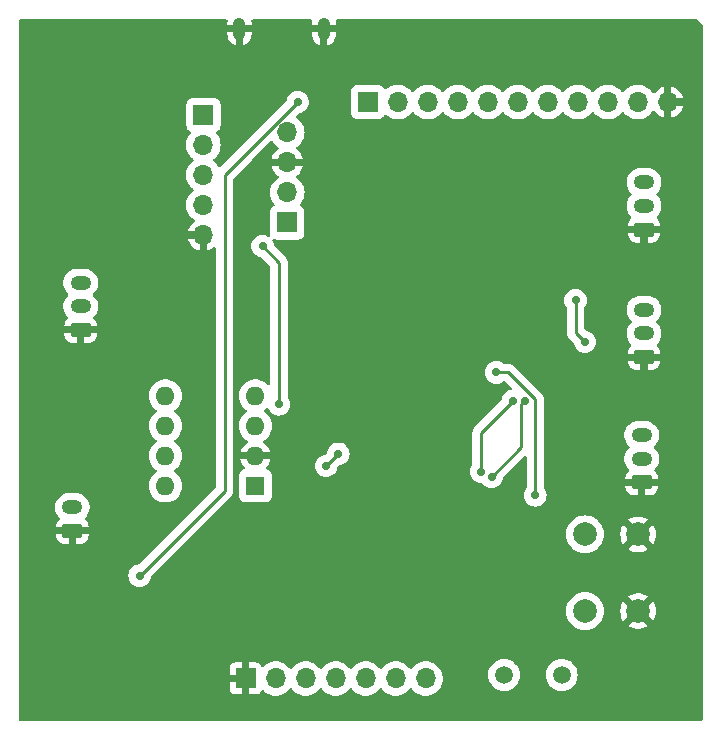
<source format=gbr>
%TF.GenerationSoftware,KiCad,Pcbnew,7.0.10*%
%TF.CreationDate,2024-07-04T11:23:38+05:30*%
%TF.ProjectId,Drive_Node,44726976-655f-44e6-9f64-652e6b696361,rev?*%
%TF.SameCoordinates,Original*%
%TF.FileFunction,Copper,L2,Bot*%
%TF.FilePolarity,Positive*%
%FSLAX46Y46*%
G04 Gerber Fmt 4.6, Leading zero omitted, Abs format (unit mm)*
G04 Created by KiCad (PCBNEW 7.0.10) date 2024-07-04 11:23:38*
%MOMM*%
%LPD*%
G01*
G04 APERTURE LIST*
G04 Aperture macros list*
%AMRoundRect*
0 Rectangle with rounded corners*
0 $1 Rounding radius*
0 $2 $3 $4 $5 $6 $7 $8 $9 X,Y pos of 4 corners*
0 Add a 4 corners polygon primitive as box body*
4,1,4,$2,$3,$4,$5,$6,$7,$8,$9,$2,$3,0*
0 Add four circle primitives for the rounded corners*
1,1,$1+$1,$2,$3*
1,1,$1+$1,$4,$5*
1,1,$1+$1,$6,$7*
1,1,$1+$1,$8,$9*
0 Add four rect primitives between the rounded corners*
20,1,$1+$1,$2,$3,$4,$5,0*
20,1,$1+$1,$4,$5,$6,$7,0*
20,1,$1+$1,$6,$7,$8,$9,0*
20,1,$1+$1,$8,$9,$2,$3,0*%
G04 Aperture macros list end*
%TA.AperFunction,ComponentPad*%
%ADD10R,1.700000X1.700000*%
%TD*%
%TA.AperFunction,ComponentPad*%
%ADD11O,1.700000X1.700000*%
%TD*%
%TA.AperFunction,ComponentPad*%
%ADD12O,1.050000X1.900000*%
%TD*%
%TA.AperFunction,ComponentPad*%
%ADD13RoundRect,0.250000X0.625000X-0.350000X0.625000X0.350000X-0.625000X0.350000X-0.625000X-0.350000X0*%
%TD*%
%TA.AperFunction,ComponentPad*%
%ADD14O,1.750000X1.200000*%
%TD*%
%TA.AperFunction,ComponentPad*%
%ADD15C,2.000000*%
%TD*%
%TA.AperFunction,ComponentPad*%
%ADD16C,1.500000*%
%TD*%
%TA.AperFunction,ComponentPad*%
%ADD17R,1.600000X1.600000*%
%TD*%
%TA.AperFunction,ComponentPad*%
%ADD18O,1.600000X1.600000*%
%TD*%
%TA.AperFunction,ViaPad*%
%ADD19C,0.700000*%
%TD*%
%TA.AperFunction,Conductor*%
%ADD20C,0.250000*%
%TD*%
G04 APERTURE END LIST*
D10*
%TO.P,J15,1,Pin_1*%
%TO.N,PA15*%
X127246446Y-59600000D03*
D11*
%TO.P,J15,2,Pin_2*%
%TO.N,PB3*%
X127246446Y-62140000D03*
%TO.P,J15,3,Pin_3*%
%TO.N,PB4*%
X127246446Y-64680000D03*
%TO.P,J15,4,Pin_4*%
%TO.N,PB5*%
X127246446Y-67220000D03*
%TO.P,J15,5,Pin_5*%
%TO.N,GND*%
X127246446Y-69760000D03*
%TD*%
D10*
%TO.P,J2,1,Pin_1*%
%TO.N,SWCLK*%
X134346447Y-68699999D03*
D11*
%TO.P,J2,2,Pin_2*%
%TO.N,SWDIO*%
X134346447Y-66159999D03*
%TO.P,J2,3,Pin_3*%
%TO.N,GND*%
X134346447Y-63619999D03*
%TO.P,J2,4,Pin_4*%
%TO.N,+3.3V*%
X134346447Y-61079999D03*
%TD*%
D12*
%TO.P,J13,6,Shield*%
%TO.N,GND*%
X137446446Y-52300000D03*
X130296446Y-52300000D03*
%TD*%
D10*
%TO.P,J8,1,Pin_1*%
%TO.N,GND*%
X130821446Y-107300000D03*
D11*
%TO.P,J8,2,Pin_2*%
%TO.N,PC13*%
X133361446Y-107300000D03*
%TO.P,J8,3,Pin_3*%
%TO.N,PC14*%
X135901446Y-107300000D03*
%TO.P,J8,4,Pin_4*%
%TO.N,PC15*%
X138441446Y-107300000D03*
%TO.P,J8,5,Pin_5*%
%TO.N,PA0*%
X140981446Y-107300000D03*
%TO.P,J8,6,Pin_6*%
%TO.N,PA1*%
X143521446Y-107300000D03*
%TO.P,J8,7,Pin_7*%
%TO.N,PA2*%
X146061446Y-107300000D03*
%TD*%
D13*
%TO.P,J6,1,Pin_1*%
%TO.N,GND*%
X164546446Y-80100000D03*
D14*
%TO.P,J6,2,Pin_2*%
%TO.N,PWM2*%
X164546446Y-78100000D03*
%TO.P,J6,3,Pin_3*%
%TO.N,DIR2*%
X164546446Y-76100000D03*
%TD*%
D10*
%TO.P,J14,1,Pin_1*%
%TO.N,PA10*%
X141166446Y-58500000D03*
D11*
%TO.P,J14,2,Pin_2*%
%TO.N,PA9*%
X143706446Y-58500000D03*
%TO.P,J14,3,Pin_3*%
%TO.N,PA8*%
X146246446Y-58500000D03*
%TO.P,J14,4,Pin_4*%
%TO.N,PB15*%
X148786446Y-58500000D03*
%TO.P,J14,5,Pin_5*%
%TO.N,PB14*%
X151326446Y-58500000D03*
%TO.P,J14,6,Pin_6*%
%TO.N,PB13*%
X153866446Y-58500000D03*
%TO.P,J14,7,Pin_7*%
%TO.N,PB12*%
X156406446Y-58500000D03*
%TO.P,J14,8,Pin_8*%
%TO.N,PB11*%
X158946446Y-58500000D03*
%TO.P,J14,9,Pin_9*%
%TO.N,PB10*%
X161486446Y-58500000D03*
%TO.P,J14,10,Pin_10*%
%TO.N,PB2*%
X164026446Y-58500000D03*
%TO.P,J14,11,Pin_11*%
%TO.N,GND*%
X166566446Y-58500000D03*
%TD*%
D13*
%TO.P,J3,1,Pin_1*%
%TO.N,GND*%
X116846446Y-77800000D03*
D14*
%TO.P,J3,2,Pin_2*%
%TO.N,SDA*%
X116846446Y-75800000D03*
%TO.P,J3,3,Pin_3*%
%TO.N,SCL*%
X116846446Y-73800000D03*
%TD*%
D15*
%TO.P,SW1,1,1*%
%TO.N,GND*%
X164046446Y-95099999D03*
X164046446Y-101599999D03*
%TO.P,SW1,2,2*%
%TO.N,Net-(C2-Pad2)*%
X159546446Y-95099999D03*
X159546446Y-101599999D03*
%TD*%
D16*
%TO.P,Y1,1,1*%
%TO.N,/Microcontroller+USB/HSE_OUT*%
X152696446Y-107000000D03*
%TO.P,Y1,2,2*%
%TO.N,/Microcontroller+USB/HSE_IN*%
X157576446Y-107000000D03*
%TD*%
D17*
%TO.P,U3,1,TXD*%
%TO.N,CAN_TX*%
X131646446Y-91000000D03*
D18*
%TO.P,U3,2,VSS*%
%TO.N,GND*%
X131646446Y-88460000D03*
%TO.P,U3,3,VDD*%
%TO.N,+3.3V*%
X131646446Y-85920000D03*
%TO.P,U3,4,RXD*%
%TO.N,CAN_RX*%
X131646446Y-83380000D03*
%TO.P,U3,5,Vref*%
%TO.N,Net-(U3-Vref)*%
X124026446Y-83380000D03*
%TO.P,U3,6,CANL*%
%TO.N,CAN_L*%
X124026446Y-85920000D03*
%TO.P,U3,7,CANH*%
%TO.N,CAN_H*%
X124026446Y-88460000D03*
%TO.P,U3,8,Rs*%
%TO.N,Net-(U3-Rs)*%
X124026446Y-91000000D03*
%TD*%
D13*
%TO.P,J5,1,Pin_1*%
%TO.N,GND*%
X164346446Y-90699999D03*
D14*
%TO.P,J5,2,Pin_2*%
%TO.N,PWM1*%
X164346446Y-88699999D03*
%TO.P,J5,3,Pin_3*%
%TO.N,DIR1*%
X164346446Y-86699999D03*
%TD*%
D13*
%TO.P,J4,1,Pin_1*%
%TO.N,GND*%
X116146446Y-94799999D03*
D14*
%TO.P,J4,2,Pin_2*%
%TO.N,+5V*%
X116146446Y-92799999D03*
%TD*%
D13*
%TO.P,J7,1,Pin_1*%
%TO.N,GND*%
X164546446Y-69300000D03*
D14*
%TO.P,J7,2,Pin_2*%
%TO.N,PWM3*%
X164546446Y-67300000D03*
%TO.P,J7,3,Pin_3*%
%TO.N,DIR3*%
X164546446Y-65300000D03*
%TD*%
D19*
%TO.N,+3.3V*%
X133646446Y-84104999D03*
X132246446Y-70699999D03*
%TO.N,+5V*%
X121846446Y-98600000D03*
X135221446Y-58500000D03*
%TO.N,CAN_TX*%
X138659099Y-88287347D03*
X137633793Y-89312653D03*
%TO.N,GND*%
X155912654Y-72712650D03*
X130200000Y-100085000D03*
X153523133Y-70223133D03*
X135100000Y-92800000D03*
X140500000Y-89600000D03*
X131800000Y-96000000D03*
%TO.N,Net-(D7-A)*%
X158746446Y-75300000D03*
X159546446Y-78825000D03*
%TO.N,PA0*%
X153446447Y-83800000D03*
X150746446Y-89799999D03*
%TO.N,PA1*%
X151640876Y-90247215D03*
X154446449Y-83799999D03*
%TO.N,PA2*%
X152046446Y-81400000D03*
X155346446Y-91800000D03*
%TD*%
D20*
%TO.N,+3.3V*%
X133646446Y-72099999D02*
X132246446Y-70699999D01*
X133646446Y-84104999D02*
X133646446Y-72099999D01*
%TO.N,+5V*%
X129046447Y-91400000D02*
X121846446Y-98600000D01*
X135221446Y-58500000D02*
X129046446Y-64675000D01*
X129046446Y-64675000D02*
X129046447Y-91400000D01*
%TO.N,CAN_TX*%
X137633793Y-89312653D02*
X138659099Y-88287347D01*
%TO.N,GND*%
X130200000Y-100085000D02*
X130200000Y-97600000D01*
X130200000Y-97600000D02*
X131800000Y-96000000D01*
X137300000Y-92800000D02*
X140500000Y-89600000D01*
X135100000Y-92800000D02*
X137300000Y-92800000D01*
X153523133Y-70323129D02*
X153523133Y-70223133D01*
X155912654Y-72712650D02*
X153523133Y-70323129D01*
%TO.N,Net-(D7-A)*%
X158746446Y-78025000D02*
X159546446Y-78825000D01*
X158746446Y-75300000D02*
X158746446Y-78025000D01*
%TO.N,PA0*%
X150746446Y-89799999D02*
X150746446Y-86500000D01*
X150746446Y-86500000D02*
X153446447Y-83800000D01*
%TO.N,PA1*%
X154171447Y-87716644D02*
X154171446Y-84075002D01*
X154171446Y-84075002D02*
X154446449Y-83799999D01*
X151640876Y-90247215D02*
X154171447Y-87716644D01*
%TO.N,PA2*%
X153071754Y-81399999D02*
X152046446Y-81400000D01*
X155346446Y-91800000D02*
X155346446Y-83674691D01*
X155346446Y-83674691D02*
X153071754Y-81399999D01*
%TD*%
%TA.AperFunction,Conductor*%
%TO.N,GND*%
G36*
X129238922Y-51519685D02*
G01*
X129284677Y-51572489D01*
X129294621Y-51641647D01*
X129290544Y-51659994D01*
X129286276Y-51674064D01*
X129271446Y-51824642D01*
X129271446Y-52000000D01*
X130071446Y-52000000D01*
X130071446Y-52723650D01*
X130086306Y-52793560D01*
X130142528Y-52870943D01*
X130225364Y-52918769D01*
X130320490Y-52928767D01*
X130411459Y-52899209D01*
X130482542Y-52835206D01*
X130521446Y-52747825D01*
X130521446Y-52600000D01*
X130596446Y-52600000D01*
X130596446Y-53705117D01*
X130690599Y-53676556D01*
X130690602Y-53676555D01*
X130868655Y-53581384D01*
X130868661Y-53581379D01*
X131024738Y-53453292D01*
X131152825Y-53297215D01*
X131152830Y-53297209D01*
X131248002Y-53119154D01*
X131306616Y-52925932D01*
X131321446Y-52775357D01*
X131321446Y-52600000D01*
X136421446Y-52600000D01*
X136421446Y-52775357D01*
X136436275Y-52925932D01*
X136494889Y-53119154D01*
X136590061Y-53297209D01*
X136590066Y-53297215D01*
X136718153Y-53453292D01*
X136874230Y-53581379D01*
X136874236Y-53581384D01*
X137052289Y-53676555D01*
X137052292Y-53676556D01*
X137146446Y-53705117D01*
X137146446Y-52600000D01*
X136421446Y-52600000D01*
X131321446Y-52600000D01*
X130596446Y-52600000D01*
X130521446Y-52600000D01*
X130521446Y-52000000D01*
X131321446Y-52000000D01*
X131321446Y-51824642D01*
X131306615Y-51674064D01*
X131302348Y-51659994D01*
X131301725Y-51590127D01*
X131338974Y-51531014D01*
X131402269Y-51501424D01*
X131421009Y-51500000D01*
X136321883Y-51500000D01*
X136388922Y-51519685D01*
X136434677Y-51572489D01*
X136444621Y-51641647D01*
X136440544Y-51659994D01*
X136436276Y-51674064D01*
X136421446Y-51824642D01*
X136421446Y-52000000D01*
X137221446Y-52000000D01*
X137221446Y-52723650D01*
X137236306Y-52793560D01*
X137292528Y-52870943D01*
X137375364Y-52918769D01*
X137470490Y-52928767D01*
X137561459Y-52899209D01*
X137632542Y-52835206D01*
X137671446Y-52747825D01*
X137671446Y-52600000D01*
X137746446Y-52600000D01*
X137746446Y-53705117D01*
X137840599Y-53676556D01*
X137840602Y-53676555D01*
X138018655Y-53581384D01*
X138018661Y-53581379D01*
X138174738Y-53453292D01*
X138302825Y-53297215D01*
X138302830Y-53297209D01*
X138398002Y-53119154D01*
X138456616Y-52925932D01*
X138471446Y-52775357D01*
X138471446Y-52600000D01*
X137746446Y-52600000D01*
X137671446Y-52600000D01*
X137671446Y-52000000D01*
X138471446Y-52000000D01*
X138471446Y-51824642D01*
X138456615Y-51674064D01*
X138452348Y-51659994D01*
X138451725Y-51590127D01*
X138488974Y-51531014D01*
X138552269Y-51501424D01*
X138571009Y-51500000D01*
X169048638Y-51500000D01*
X169115677Y-51519685D01*
X169136319Y-51536319D01*
X169463681Y-51863681D01*
X169497166Y-51925004D01*
X169500000Y-51951362D01*
X169500000Y-110776000D01*
X169480315Y-110843039D01*
X169427511Y-110888794D01*
X169376000Y-110900000D01*
X111751362Y-110900000D01*
X111684323Y-110880315D01*
X111663681Y-110863681D01*
X111636319Y-110836319D01*
X111602834Y-110774996D01*
X111600000Y-110748638D01*
X111600000Y-108197844D01*
X129471446Y-108197844D01*
X129477847Y-108257372D01*
X129477849Y-108257379D01*
X129528091Y-108392086D01*
X129528095Y-108392093D01*
X129614255Y-108507187D01*
X129614258Y-108507190D01*
X129729352Y-108593350D01*
X129729359Y-108593354D01*
X129864066Y-108643596D01*
X129864073Y-108643598D01*
X129923601Y-108649999D01*
X129923618Y-108650000D01*
X130521446Y-108650000D01*
X130521446Y-107701643D01*
X130548346Y-107724952D01*
X130679131Y-107784680D01*
X130785683Y-107800000D01*
X130857209Y-107800000D01*
X130963761Y-107784680D01*
X131094546Y-107724952D01*
X131121446Y-107701643D01*
X131121446Y-108650000D01*
X131719274Y-108650000D01*
X131719290Y-108649999D01*
X131778818Y-108643598D01*
X131778825Y-108643596D01*
X131913532Y-108593354D01*
X131913539Y-108593350D01*
X132028633Y-108507190D01*
X132028636Y-108507187D01*
X132114796Y-108392093D01*
X132114799Y-108392088D01*
X132125070Y-108364550D01*
X132166941Y-108308615D01*
X132232405Y-108284197D01*
X132300678Y-108299048D01*
X132332482Y-108323898D01*
X132375678Y-108370821D01*
X132375688Y-108370830D01*
X132565370Y-108518466D01*
X132565376Y-108518470D01*
X132565379Y-108518472D01*
X132776790Y-108632882D01*
X132776793Y-108632883D01*
X133004145Y-108710933D01*
X133004147Y-108710933D01*
X133004149Y-108710934D01*
X133241254Y-108750500D01*
X133241255Y-108750500D01*
X133481637Y-108750500D01*
X133481638Y-108750500D01*
X133718743Y-108710934D01*
X133946102Y-108632882D01*
X134157513Y-108518472D01*
X134347210Y-108370825D01*
X134510017Y-108193969D01*
X134527639Y-108166995D01*
X134580783Y-108121641D01*
X134650014Y-108112217D01*
X134713350Y-108141718D01*
X134735250Y-108166992D01*
X134752875Y-108193969D01*
X134915682Y-108370825D01*
X134915685Y-108370827D01*
X134915688Y-108370830D01*
X135105370Y-108518466D01*
X135105376Y-108518470D01*
X135105379Y-108518472D01*
X135316790Y-108632882D01*
X135316793Y-108632883D01*
X135544145Y-108710933D01*
X135544147Y-108710933D01*
X135544149Y-108710934D01*
X135781254Y-108750500D01*
X135781255Y-108750500D01*
X136021637Y-108750500D01*
X136021638Y-108750500D01*
X136258743Y-108710934D01*
X136486102Y-108632882D01*
X136697513Y-108518472D01*
X136887210Y-108370825D01*
X137050017Y-108193969D01*
X137067639Y-108166995D01*
X137120783Y-108121641D01*
X137190014Y-108112217D01*
X137253350Y-108141718D01*
X137275250Y-108166992D01*
X137292875Y-108193969D01*
X137455682Y-108370825D01*
X137455685Y-108370827D01*
X137455688Y-108370830D01*
X137645370Y-108518466D01*
X137645376Y-108518470D01*
X137645379Y-108518472D01*
X137856790Y-108632882D01*
X137856793Y-108632883D01*
X138084145Y-108710933D01*
X138084147Y-108710933D01*
X138084149Y-108710934D01*
X138321254Y-108750500D01*
X138321255Y-108750500D01*
X138561637Y-108750500D01*
X138561638Y-108750500D01*
X138798743Y-108710934D01*
X139026102Y-108632882D01*
X139237513Y-108518472D01*
X139427210Y-108370825D01*
X139590017Y-108193969D01*
X139607639Y-108166995D01*
X139660783Y-108121641D01*
X139730014Y-108112217D01*
X139793350Y-108141718D01*
X139815250Y-108166992D01*
X139832875Y-108193969D01*
X139995682Y-108370825D01*
X139995685Y-108370827D01*
X139995688Y-108370830D01*
X140185370Y-108518466D01*
X140185376Y-108518470D01*
X140185379Y-108518472D01*
X140396790Y-108632882D01*
X140396793Y-108632883D01*
X140624145Y-108710933D01*
X140624147Y-108710933D01*
X140624149Y-108710934D01*
X140861254Y-108750500D01*
X140861255Y-108750500D01*
X141101637Y-108750500D01*
X141101638Y-108750500D01*
X141338743Y-108710934D01*
X141566102Y-108632882D01*
X141777513Y-108518472D01*
X141967210Y-108370825D01*
X142130017Y-108193969D01*
X142147639Y-108166995D01*
X142200783Y-108121641D01*
X142270014Y-108112217D01*
X142333350Y-108141718D01*
X142355250Y-108166992D01*
X142372875Y-108193969D01*
X142535682Y-108370825D01*
X142535685Y-108370827D01*
X142535688Y-108370830D01*
X142725370Y-108518466D01*
X142725376Y-108518470D01*
X142725379Y-108518472D01*
X142936790Y-108632882D01*
X142936793Y-108632883D01*
X143164145Y-108710933D01*
X143164147Y-108710933D01*
X143164149Y-108710934D01*
X143401254Y-108750500D01*
X143401255Y-108750500D01*
X143641637Y-108750500D01*
X143641638Y-108750500D01*
X143878743Y-108710934D01*
X144106102Y-108632882D01*
X144317513Y-108518472D01*
X144507210Y-108370825D01*
X144670017Y-108193969D01*
X144687639Y-108166995D01*
X144740783Y-108121641D01*
X144810014Y-108112217D01*
X144873350Y-108141718D01*
X144895250Y-108166992D01*
X144912875Y-108193969D01*
X145075682Y-108370825D01*
X145075685Y-108370827D01*
X145075688Y-108370830D01*
X145265370Y-108518466D01*
X145265376Y-108518470D01*
X145265379Y-108518472D01*
X145476790Y-108632882D01*
X145476793Y-108632883D01*
X145704145Y-108710933D01*
X145704147Y-108710933D01*
X145704149Y-108710934D01*
X145941254Y-108750500D01*
X145941255Y-108750500D01*
X146181637Y-108750500D01*
X146181638Y-108750500D01*
X146418743Y-108710934D01*
X146646102Y-108632882D01*
X146857513Y-108518472D01*
X147047210Y-108370825D01*
X147210017Y-108193969D01*
X147341495Y-107992728D01*
X147438056Y-107772591D01*
X147497066Y-107539563D01*
X147516917Y-107300000D01*
X147511564Y-107235403D01*
X147503683Y-107140291D01*
X147497066Y-107060437D01*
X147481761Y-107000000D01*
X151340787Y-107000000D01*
X151361382Y-107235403D01*
X151361384Y-107235413D01*
X151422540Y-107463655D01*
X151422542Y-107463659D01*
X151422543Y-107463663D01*
X151444078Y-107509844D01*
X151522411Y-107677830D01*
X151522413Y-107677834D01*
X151555406Y-107724952D01*
X151657951Y-107871401D01*
X151825045Y-108038495D01*
X151921830Y-108106265D01*
X152018611Y-108174032D01*
X152018613Y-108174033D01*
X152018616Y-108174035D01*
X152232783Y-108273903D01*
X152461038Y-108335063D01*
X152649364Y-108351539D01*
X152696445Y-108355659D01*
X152696446Y-108355659D01*
X152696447Y-108355659D01*
X152735680Y-108352226D01*
X152931854Y-108335063D01*
X153160109Y-108273903D01*
X153374276Y-108174035D01*
X153567847Y-108038495D01*
X153734941Y-107871401D01*
X153870481Y-107677830D01*
X153970349Y-107463663D01*
X154031509Y-107235408D01*
X154052105Y-107000000D01*
X156220787Y-107000000D01*
X156241382Y-107235403D01*
X156241384Y-107235413D01*
X156302540Y-107463655D01*
X156302542Y-107463659D01*
X156302543Y-107463663D01*
X156324078Y-107509844D01*
X156402411Y-107677830D01*
X156402413Y-107677834D01*
X156435406Y-107724952D01*
X156537951Y-107871401D01*
X156705045Y-108038495D01*
X156801830Y-108106265D01*
X156898611Y-108174032D01*
X156898613Y-108174033D01*
X156898616Y-108174035D01*
X157112783Y-108273903D01*
X157341038Y-108335063D01*
X157529364Y-108351539D01*
X157576445Y-108355659D01*
X157576446Y-108355659D01*
X157576447Y-108355659D01*
X157615680Y-108352226D01*
X157811854Y-108335063D01*
X158040109Y-108273903D01*
X158254276Y-108174035D01*
X158447847Y-108038495D01*
X158614941Y-107871401D01*
X158750481Y-107677830D01*
X158850349Y-107463663D01*
X158911509Y-107235408D01*
X158932105Y-107000000D01*
X158911509Y-106764592D01*
X158850349Y-106536337D01*
X158750481Y-106322171D01*
X158718224Y-106276102D01*
X158614940Y-106128597D01*
X158447848Y-105961506D01*
X158447841Y-105961501D01*
X158440560Y-105956403D01*
X158408967Y-105934281D01*
X158254280Y-105825967D01*
X158254276Y-105825965D01*
X158254274Y-105825964D01*
X158040109Y-105726097D01*
X158040105Y-105726096D01*
X158040101Y-105726094D01*
X157811859Y-105664938D01*
X157811849Y-105664936D01*
X157576447Y-105644341D01*
X157576445Y-105644341D01*
X157341042Y-105664936D01*
X157341032Y-105664938D01*
X157112790Y-105726094D01*
X157112781Y-105726098D01*
X156898617Y-105825964D01*
X156898615Y-105825965D01*
X156705043Y-105961505D01*
X156537951Y-106128597D01*
X156402411Y-106322169D01*
X156402410Y-106322171D01*
X156302544Y-106536335D01*
X156302540Y-106536344D01*
X156241384Y-106764586D01*
X156241382Y-106764596D01*
X156220787Y-106999999D01*
X156220787Y-107000000D01*
X154052105Y-107000000D01*
X154031509Y-106764592D01*
X153970349Y-106536337D01*
X153870481Y-106322171D01*
X153838224Y-106276102D01*
X153734940Y-106128597D01*
X153567848Y-105961506D01*
X153567841Y-105961501D01*
X153560560Y-105956403D01*
X153528967Y-105934281D01*
X153374280Y-105825967D01*
X153374276Y-105825965D01*
X153374274Y-105825964D01*
X153160109Y-105726097D01*
X153160105Y-105726096D01*
X153160101Y-105726094D01*
X152931859Y-105664938D01*
X152931849Y-105664936D01*
X152696447Y-105644341D01*
X152696445Y-105644341D01*
X152461042Y-105664936D01*
X152461032Y-105664938D01*
X152232790Y-105726094D01*
X152232781Y-105726098D01*
X152018617Y-105825964D01*
X152018615Y-105825965D01*
X151825043Y-105961505D01*
X151657951Y-106128597D01*
X151522411Y-106322169D01*
X151522410Y-106322171D01*
X151422544Y-106536335D01*
X151422540Y-106536344D01*
X151361384Y-106764586D01*
X151361382Y-106764596D01*
X151340787Y-106999999D01*
X151340787Y-107000000D01*
X147481761Y-107000000D01*
X147438056Y-106827409D01*
X147341495Y-106607272D01*
X147331445Y-106591890D01*
X147210018Y-106406033D01*
X147210017Y-106406031D01*
X147047210Y-106229175D01*
X147047205Y-106229171D01*
X147047203Y-106229169D01*
X146857521Y-106081533D01*
X146857515Y-106081529D01*
X146646103Y-105967118D01*
X146646098Y-105967116D01*
X146418746Y-105889066D01*
X146240914Y-105859391D01*
X146181638Y-105849500D01*
X145941254Y-105849500D01*
X145893833Y-105857413D01*
X145704145Y-105889066D01*
X145476793Y-105967116D01*
X145476788Y-105967118D01*
X145265376Y-106081529D01*
X145265370Y-106081533D01*
X145075688Y-106229169D01*
X145075685Y-106229172D01*
X144912876Y-106406029D01*
X144912875Y-106406031D01*
X144895253Y-106433003D01*
X144842106Y-106478358D01*
X144772875Y-106487780D01*
X144709539Y-106458277D01*
X144687639Y-106433003D01*
X144685600Y-106429883D01*
X144670017Y-106406031D01*
X144507210Y-106229175D01*
X144507205Y-106229171D01*
X144507203Y-106229169D01*
X144317521Y-106081533D01*
X144317515Y-106081529D01*
X144106103Y-105967118D01*
X144106098Y-105967116D01*
X143878746Y-105889066D01*
X143700914Y-105859391D01*
X143641638Y-105849500D01*
X143401254Y-105849500D01*
X143353833Y-105857413D01*
X143164145Y-105889066D01*
X142936793Y-105967116D01*
X142936788Y-105967118D01*
X142725376Y-106081529D01*
X142725370Y-106081533D01*
X142535688Y-106229169D01*
X142535685Y-106229172D01*
X142372876Y-106406029D01*
X142372875Y-106406031D01*
X142355253Y-106433003D01*
X142302106Y-106478358D01*
X142232875Y-106487780D01*
X142169539Y-106458277D01*
X142147639Y-106433003D01*
X142145600Y-106429883D01*
X142130017Y-106406031D01*
X141967210Y-106229175D01*
X141967205Y-106229171D01*
X141967203Y-106229169D01*
X141777521Y-106081533D01*
X141777515Y-106081529D01*
X141566103Y-105967118D01*
X141566098Y-105967116D01*
X141338746Y-105889066D01*
X141160914Y-105859391D01*
X141101638Y-105849500D01*
X140861254Y-105849500D01*
X140813833Y-105857413D01*
X140624145Y-105889066D01*
X140396793Y-105967116D01*
X140396788Y-105967118D01*
X140185376Y-106081529D01*
X140185370Y-106081533D01*
X139995688Y-106229169D01*
X139995685Y-106229172D01*
X139832876Y-106406029D01*
X139832875Y-106406031D01*
X139815253Y-106433003D01*
X139762106Y-106478358D01*
X139692875Y-106487780D01*
X139629539Y-106458277D01*
X139607639Y-106433003D01*
X139605600Y-106429883D01*
X139590017Y-106406031D01*
X139427210Y-106229175D01*
X139427205Y-106229171D01*
X139427203Y-106229169D01*
X139237521Y-106081533D01*
X139237515Y-106081529D01*
X139026103Y-105967118D01*
X139026098Y-105967116D01*
X138798746Y-105889066D01*
X138620914Y-105859391D01*
X138561638Y-105849500D01*
X138321254Y-105849500D01*
X138273833Y-105857413D01*
X138084145Y-105889066D01*
X137856793Y-105967116D01*
X137856788Y-105967118D01*
X137645376Y-106081529D01*
X137645370Y-106081533D01*
X137455688Y-106229169D01*
X137455685Y-106229172D01*
X137292876Y-106406029D01*
X137292875Y-106406031D01*
X137275253Y-106433003D01*
X137222106Y-106478358D01*
X137152875Y-106487780D01*
X137089539Y-106458277D01*
X137067639Y-106433003D01*
X137065600Y-106429883D01*
X137050017Y-106406031D01*
X136887210Y-106229175D01*
X136887205Y-106229171D01*
X136887203Y-106229169D01*
X136697521Y-106081533D01*
X136697515Y-106081529D01*
X136486103Y-105967118D01*
X136486098Y-105967116D01*
X136258746Y-105889066D01*
X136080914Y-105859391D01*
X136021638Y-105849500D01*
X135781254Y-105849500D01*
X135733833Y-105857413D01*
X135544145Y-105889066D01*
X135316793Y-105967116D01*
X135316788Y-105967118D01*
X135105376Y-106081529D01*
X135105370Y-106081533D01*
X134915688Y-106229169D01*
X134915685Y-106229172D01*
X134752876Y-106406029D01*
X134752875Y-106406031D01*
X134735253Y-106433003D01*
X134682106Y-106478358D01*
X134612875Y-106487780D01*
X134549539Y-106458277D01*
X134527639Y-106433003D01*
X134525600Y-106429883D01*
X134510017Y-106406031D01*
X134347210Y-106229175D01*
X134347205Y-106229171D01*
X134347203Y-106229169D01*
X134157521Y-106081533D01*
X134157515Y-106081529D01*
X133946103Y-105967118D01*
X133946098Y-105967116D01*
X133718746Y-105889066D01*
X133540914Y-105859391D01*
X133481638Y-105849500D01*
X133241254Y-105849500D01*
X133193833Y-105857413D01*
X133004145Y-105889066D01*
X132776793Y-105967116D01*
X132776788Y-105967118D01*
X132565376Y-106081529D01*
X132565370Y-106081533D01*
X132375688Y-106229169D01*
X132375683Y-106229173D01*
X132332482Y-106276102D01*
X132272594Y-106312092D01*
X132202756Y-106309991D01*
X132145140Y-106270466D01*
X132125071Y-106235451D01*
X132114800Y-106207913D01*
X132114796Y-106207906D01*
X132028636Y-106092812D01*
X132028633Y-106092809D01*
X131913539Y-106006649D01*
X131913532Y-106006645D01*
X131778825Y-105956403D01*
X131778818Y-105956401D01*
X131719290Y-105950000D01*
X131121446Y-105950000D01*
X131121446Y-106898356D01*
X131094546Y-106875048D01*
X130963761Y-106815320D01*
X130857209Y-106800000D01*
X130785683Y-106800000D01*
X130679131Y-106815320D01*
X130548346Y-106875048D01*
X130521446Y-106898356D01*
X130521446Y-105950000D01*
X129923601Y-105950000D01*
X129864073Y-105956401D01*
X129864066Y-105956403D01*
X129729359Y-106006645D01*
X129729352Y-106006649D01*
X129614258Y-106092809D01*
X129614255Y-106092812D01*
X129528095Y-106207906D01*
X129528091Y-106207913D01*
X129477849Y-106342620D01*
X129477847Y-106342627D01*
X129471446Y-106402155D01*
X129471446Y-107000000D01*
X130419892Y-107000000D01*
X130361953Y-107090156D01*
X130321446Y-107228111D01*
X130321446Y-107371889D01*
X130361953Y-107509844D01*
X130419892Y-107600000D01*
X129471446Y-107600000D01*
X129471446Y-108197844D01*
X111600000Y-108197844D01*
X111600000Y-101599999D01*
X157940997Y-101599999D01*
X157960763Y-101851150D01*
X158019572Y-102096109D01*
X158115979Y-102328858D01*
X158247606Y-102543652D01*
X158247607Y-102543655D01*
X158247610Y-102543658D01*
X158411222Y-102735223D01*
X158550943Y-102854556D01*
X158602789Y-102898837D01*
X158602792Y-102898838D01*
X158817586Y-103030465D01*
X159050335Y-103126872D01*
X159295298Y-103185682D01*
X159546446Y-103205448D01*
X159797594Y-103185682D01*
X160042557Y-103126872D01*
X160275305Y-103030465D01*
X160490105Y-102898835D01*
X160681670Y-102735223D01*
X160845282Y-102543658D01*
X160976912Y-102328858D01*
X161073319Y-102096110D01*
X161132129Y-101851147D01*
X161151895Y-101600004D01*
X162541305Y-101600004D01*
X162561831Y-101847728D01*
X162561833Y-101847737D01*
X162622858Y-102088716D01*
X162722711Y-102316361D01*
X162722713Y-102316365D01*
X162795067Y-102427112D01*
X163508350Y-101713830D01*
X163523330Y-101785914D01*
X163592888Y-101920155D01*
X163696084Y-102030651D01*
X163825265Y-102109208D01*
X163931683Y-102139025D01*
X163216150Y-102854556D01*
X163216151Y-102854557D01*
X163223209Y-102860050D01*
X163223215Y-102860055D01*
X163441831Y-102978363D01*
X163441842Y-102978368D01*
X163676952Y-103059082D01*
X163922153Y-103099999D01*
X164170739Y-103099999D01*
X164415939Y-103059082D01*
X164651049Y-102978368D01*
X164651060Y-102978363D01*
X164869677Y-102860054D01*
X164869681Y-102860052D01*
X164876739Y-102854557D01*
X164876739Y-102854556D01*
X164161534Y-102139351D01*
X164196229Y-102134583D01*
X164334904Y-102074348D01*
X164452185Y-101978933D01*
X164539374Y-101855414D01*
X164588342Y-101717631D01*
X165297823Y-102427113D01*
X165370179Y-102316363D01*
X165470033Y-102088716D01*
X165531058Y-101847737D01*
X165531060Y-101847728D01*
X165551587Y-101600004D01*
X165551587Y-101599993D01*
X165531060Y-101352269D01*
X165531058Y-101352260D01*
X165470033Y-101111281D01*
X165370178Y-100883631D01*
X165297823Y-100772883D01*
X164584541Y-101486166D01*
X164569562Y-101414084D01*
X164500004Y-101279843D01*
X164396808Y-101169347D01*
X164267627Y-101090790D01*
X164161208Y-101060972D01*
X164876739Y-100345440D01*
X164876739Y-100345439D01*
X164869682Y-100339946D01*
X164869677Y-100339943D01*
X164651060Y-100221634D01*
X164651049Y-100221629D01*
X164415939Y-100140915D01*
X164170739Y-100099999D01*
X163922153Y-100099999D01*
X163676952Y-100140915D01*
X163441842Y-100221629D01*
X163441831Y-100221634D01*
X163223216Y-100339942D01*
X163223208Y-100339947D01*
X163216150Y-100345439D01*
X163931357Y-101060646D01*
X163896663Y-101065415D01*
X163757988Y-101125650D01*
X163640707Y-101221065D01*
X163553518Y-101344584D01*
X163504549Y-101482366D01*
X162795067Y-100772884D01*
X162722713Y-100883633D01*
X162622857Y-101111281D01*
X162561833Y-101352260D01*
X162561831Y-101352269D01*
X162541305Y-101599993D01*
X162541305Y-101600004D01*
X161151895Y-101600004D01*
X161151895Y-101599999D01*
X161132129Y-101348851D01*
X161073319Y-101103888D01*
X160976912Y-100871140D01*
X160976912Y-100871139D01*
X160845285Y-100656345D01*
X160845284Y-100656342D01*
X160808321Y-100613065D01*
X160681670Y-100464775D01*
X160535511Y-100339943D01*
X160490102Y-100301160D01*
X160490099Y-100301159D01*
X160275305Y-100169532D01*
X160042556Y-100073125D01*
X159797597Y-100014316D01*
X159546446Y-99994550D01*
X159295294Y-100014316D01*
X159050335Y-100073125D01*
X158817586Y-100169532D01*
X158602792Y-100301159D01*
X158602789Y-100301160D01*
X158411222Y-100464775D01*
X158247607Y-100656342D01*
X158247606Y-100656345D01*
X158115979Y-100871139D01*
X158019572Y-101103888D01*
X157960763Y-101348847D01*
X157940997Y-101599999D01*
X111600000Y-101599999D01*
X111600000Y-98600000D01*
X120891347Y-98600000D01*
X120909698Y-98786331D01*
X120909699Y-98786333D01*
X120964050Y-98965502D01*
X121052308Y-99130623D01*
X121052310Y-99130626D01*
X121171088Y-99275357D01*
X121315819Y-99394135D01*
X121315822Y-99394137D01*
X121480943Y-99482395D01*
X121480945Y-99482396D01*
X121660112Y-99536746D01*
X121660114Y-99536747D01*
X121676820Y-99538392D01*
X121846446Y-99555099D01*
X122032777Y-99536747D01*
X122211947Y-99482396D01*
X122377071Y-99394136D01*
X122521803Y-99275357D01*
X122640582Y-99130625D01*
X122728842Y-98965501D01*
X122766705Y-98840683D01*
X122783193Y-98786332D01*
X122789448Y-98722815D01*
X122815608Y-98658027D01*
X122825161Y-98647295D01*
X126372458Y-95099999D01*
X157940997Y-95099999D01*
X157960763Y-95351150D01*
X158019572Y-95596109D01*
X158115979Y-95828858D01*
X158247606Y-96043652D01*
X158247607Y-96043655D01*
X158247610Y-96043658D01*
X158411222Y-96235223D01*
X158550943Y-96354556D01*
X158602789Y-96398837D01*
X158602792Y-96398838D01*
X158817586Y-96530465D01*
X159050335Y-96626872D01*
X159295298Y-96685682D01*
X159546446Y-96705448D01*
X159797594Y-96685682D01*
X160042557Y-96626872D01*
X160275305Y-96530465D01*
X160490105Y-96398835D01*
X160681670Y-96235223D01*
X160845282Y-96043658D01*
X160976912Y-95828858D01*
X161073319Y-95596110D01*
X161132129Y-95351147D01*
X161151895Y-95099999D01*
X162541305Y-95099999D01*
X162561831Y-95347728D01*
X162561833Y-95347737D01*
X162622858Y-95588716D01*
X162722711Y-95816361D01*
X162722713Y-95816365D01*
X162795067Y-95927112D01*
X163508350Y-95213830D01*
X163523330Y-95285914D01*
X163592888Y-95420155D01*
X163696084Y-95530651D01*
X163825265Y-95609208D01*
X163931683Y-95639025D01*
X163216150Y-96354556D01*
X163216151Y-96354557D01*
X163223209Y-96360050D01*
X163223215Y-96360055D01*
X163441831Y-96478363D01*
X163441842Y-96478368D01*
X163676952Y-96559082D01*
X163922153Y-96599999D01*
X164170739Y-96599999D01*
X164415939Y-96559082D01*
X164651049Y-96478368D01*
X164651060Y-96478363D01*
X164869677Y-96360054D01*
X164869681Y-96360052D01*
X164876739Y-96354557D01*
X164876739Y-96354556D01*
X164161534Y-95639351D01*
X164196229Y-95634583D01*
X164334904Y-95574348D01*
X164452185Y-95478933D01*
X164539374Y-95355414D01*
X164588342Y-95217631D01*
X165297823Y-95927113D01*
X165370179Y-95816363D01*
X165470033Y-95588716D01*
X165531058Y-95347737D01*
X165531060Y-95347728D01*
X165551587Y-95099999D01*
X165551587Y-95099993D01*
X165531060Y-94852269D01*
X165531058Y-94852260D01*
X165470033Y-94611281D01*
X165370178Y-94383631D01*
X165297823Y-94272883D01*
X164584541Y-94986166D01*
X164569562Y-94914084D01*
X164500004Y-94779843D01*
X164396808Y-94669347D01*
X164267627Y-94590790D01*
X164161208Y-94560972D01*
X164876739Y-93845440D01*
X164876739Y-93845439D01*
X164869682Y-93839946D01*
X164869677Y-93839943D01*
X164651060Y-93721634D01*
X164651049Y-93721629D01*
X164415939Y-93640915D01*
X164170739Y-93599999D01*
X163922153Y-93599999D01*
X163676952Y-93640915D01*
X163441842Y-93721629D01*
X163441831Y-93721634D01*
X163223216Y-93839942D01*
X163223208Y-93839947D01*
X163216150Y-93845439D01*
X163931357Y-94560646D01*
X163896663Y-94565415D01*
X163757988Y-94625650D01*
X163640707Y-94721065D01*
X163553518Y-94844584D01*
X163504549Y-94982366D01*
X162795067Y-94272884D01*
X162722713Y-94383633D01*
X162622857Y-94611281D01*
X162561833Y-94852260D01*
X162561831Y-94852269D01*
X162541305Y-95099993D01*
X162541305Y-95099999D01*
X161151895Y-95099999D01*
X161132129Y-94848851D01*
X161073319Y-94603888D01*
X161030279Y-94499980D01*
X160976912Y-94371139D01*
X160845285Y-94156345D01*
X160845284Y-94156342D01*
X160808321Y-94113065D01*
X160681670Y-93964775D01*
X160535511Y-93839943D01*
X160490102Y-93801160D01*
X160490099Y-93801159D01*
X160275305Y-93669532D01*
X160042556Y-93573125D01*
X159797597Y-93514316D01*
X159546446Y-93494550D01*
X159295294Y-93514316D01*
X159050335Y-93573125D01*
X158817586Y-93669532D01*
X158602792Y-93801159D01*
X158602789Y-93801160D01*
X158411222Y-93964775D01*
X158247607Y-94156342D01*
X158247606Y-94156345D01*
X158115979Y-94371139D01*
X158019572Y-94603888D01*
X157960763Y-94848847D01*
X157940997Y-95099999D01*
X126372458Y-95099999D01*
X129515696Y-91956762D01*
X129529319Y-91944988D01*
X129547705Y-91931302D01*
X129578380Y-91894743D01*
X129585688Y-91886770D01*
X129589332Y-91883127D01*
X129607929Y-91859606D01*
X129610110Y-91856928D01*
X129656720Y-91801383D01*
X129656724Y-91801374D01*
X129660693Y-91795342D01*
X129660776Y-91795396D01*
X129664427Y-91789665D01*
X129664343Y-91789613D01*
X129668134Y-91783467D01*
X129668134Y-91783465D01*
X129668136Y-91783464D01*
X129698772Y-91717762D01*
X129700298Y-91714609D01*
X129732835Y-91649825D01*
X129732837Y-91649814D01*
X129735306Y-91643035D01*
X129735397Y-91643068D01*
X129737632Y-91636638D01*
X129737539Y-91636607D01*
X129739805Y-91629765D01*
X129739810Y-91629756D01*
X129754467Y-91558765D01*
X129755222Y-91555360D01*
X129771947Y-91484799D01*
X129771947Y-91484796D01*
X129772786Y-91477623D01*
X129772884Y-91477634D01*
X129773575Y-91470864D01*
X129773476Y-91470856D01*
X129774104Y-91463670D01*
X129774106Y-91463663D01*
X129771998Y-91391237D01*
X129771946Y-91387630D01*
X129771946Y-65026873D01*
X129791631Y-64959834D01*
X129808265Y-64939192D01*
X131337457Y-63410000D01*
X132922204Y-61825252D01*
X132983525Y-61791769D01*
X133053217Y-61796753D01*
X133109150Y-61838625D01*
X133113667Y-61845078D01*
X133197876Y-61973968D01*
X133360683Y-62150824D01*
X133360686Y-62150826D01*
X133360689Y-62150829D01*
X133550371Y-62298465D01*
X133550381Y-62298472D01*
X133556304Y-62301676D01*
X133559871Y-62303607D01*
X133609464Y-62352825D01*
X133624575Y-62421041D01*
X133600406Y-62486597D01*
X133571982Y-62514238D01*
X133475376Y-62581882D01*
X133475367Y-62581890D01*
X133308338Y-62748919D01*
X133308333Y-62748925D01*
X133172847Y-62942419D01*
X133172846Y-62942421D01*
X133073017Y-63156506D01*
X133073013Y-63156515D01*
X133029208Y-63319998D01*
X133029209Y-63319999D01*
X133944893Y-63319999D01*
X133886954Y-63410155D01*
X133846447Y-63548110D01*
X133846447Y-63691888D01*
X133886954Y-63829843D01*
X133944893Y-63919999D01*
X133029209Y-63919999D01*
X133073013Y-64083482D01*
X133073017Y-64083491D01*
X133172846Y-64297577D01*
X133308341Y-64491081D01*
X133475364Y-64658104D01*
X133571982Y-64725757D01*
X133615606Y-64780334D01*
X133622799Y-64849833D01*
X133591277Y-64912187D01*
X133559883Y-64936382D01*
X133550395Y-64941517D01*
X133550383Y-64941524D01*
X133360684Y-65089173D01*
X133197877Y-65266028D01*
X133197874Y-65266032D01*
X133066398Y-65467269D01*
X132969836Y-65687409D01*
X132910826Y-65920439D01*
X132890976Y-66159993D01*
X132890976Y-66160004D01*
X132910826Y-66399558D01*
X132969836Y-66632588D01*
X133066398Y-66852728D01*
X133197874Y-67053965D01*
X133197877Y-67053969D01*
X133257399Y-67118627D01*
X133288321Y-67181282D01*
X133280461Y-67250708D01*
X133236314Y-67304863D01*
X133213626Y-67317169D01*
X133193609Y-67325461D01*
X133068165Y-67421717D01*
X132971910Y-67547159D01*
X132911403Y-67693236D01*
X132911402Y-67693238D01*
X132895948Y-67810628D01*
X132895948Y-67810635D01*
X132895947Y-67810644D01*
X132895947Y-69589362D01*
X132911400Y-69706752D01*
X132911404Y-69706764D01*
X132922902Y-69734523D01*
X132930371Y-69803993D01*
X132899095Y-69866472D01*
X132839006Y-69902123D01*
X132769181Y-69899629D01*
X132749888Y-69891333D01*
X132611948Y-69817603D01*
X132432779Y-69763252D01*
X132432777Y-69763251D01*
X132246446Y-69744900D01*
X132060114Y-69763251D01*
X132060112Y-69763252D01*
X131880943Y-69817603D01*
X131715822Y-69905861D01*
X131715819Y-69905863D01*
X131571088Y-70024641D01*
X131452310Y-70169372D01*
X131452308Y-70169375D01*
X131364050Y-70334496D01*
X131309699Y-70513665D01*
X131309698Y-70513667D01*
X131291347Y-70699999D01*
X131309698Y-70886330D01*
X131309699Y-70886332D01*
X131364050Y-71065501D01*
X131452308Y-71230622D01*
X131452310Y-71230625D01*
X131571088Y-71375356D01*
X131715819Y-71494134D01*
X131715822Y-71494136D01*
X131873190Y-71578250D01*
X131880945Y-71582395D01*
X132060115Y-71636746D01*
X132123631Y-71643001D01*
X132188417Y-71669161D01*
X132199158Y-71678723D01*
X132884627Y-72364191D01*
X132918112Y-72425514D01*
X132920946Y-72451872D01*
X132920946Y-82378866D01*
X132901261Y-82445905D01*
X132848457Y-82491660D01*
X132779299Y-82501604D01*
X132715743Y-82472579D01*
X132705721Y-82462853D01*
X132598230Y-82346087D01*
X132598225Y-82346083D01*
X132598223Y-82346081D01*
X132415080Y-82203535D01*
X132415074Y-82203531D01*
X132210950Y-82093064D01*
X132210941Y-82093061D01*
X131991430Y-82017702D01*
X131819728Y-81989050D01*
X131762495Y-81979500D01*
X131530397Y-81979500D01*
X131484610Y-81987140D01*
X131301461Y-82017702D01*
X131081950Y-82093061D01*
X131081941Y-82093064D01*
X130877817Y-82203531D01*
X130877811Y-82203535D01*
X130694668Y-82346081D01*
X130694665Y-82346084D01*
X130537462Y-82516852D01*
X130410521Y-82711151D01*
X130317288Y-82923699D01*
X130260312Y-83148691D01*
X130260310Y-83148702D01*
X130241146Y-83379993D01*
X130241146Y-83380006D01*
X130260310Y-83611297D01*
X130260312Y-83611308D01*
X130317288Y-83836300D01*
X130410521Y-84048848D01*
X130537462Y-84243147D01*
X130537465Y-84243151D01*
X130537467Y-84243153D01*
X130694662Y-84413913D01*
X130694665Y-84413915D01*
X130694668Y-84413918D01*
X130872264Y-84552147D01*
X130913077Y-84608857D01*
X130916752Y-84678630D01*
X130882120Y-84739313D01*
X130872264Y-84747853D01*
X130694668Y-84886081D01*
X130694665Y-84886084D01*
X130694662Y-84886086D01*
X130694662Y-84886087D01*
X130682651Y-84899135D01*
X130537462Y-85056852D01*
X130410521Y-85251151D01*
X130317288Y-85463699D01*
X130260312Y-85688691D01*
X130260310Y-85688702D01*
X130241146Y-85919993D01*
X130241146Y-85920006D01*
X130260310Y-86151297D01*
X130260312Y-86151308D01*
X130317288Y-86376300D01*
X130410521Y-86588848D01*
X130537462Y-86783147D01*
X130537465Y-86783151D01*
X130537467Y-86783153D01*
X130694662Y-86953913D01*
X130694665Y-86953915D01*
X130694668Y-86953918D01*
X130877811Y-87096464D01*
X130877817Y-87096468D01*
X130877820Y-87096470D01*
X130954842Y-87138152D01*
X131004432Y-87187372D01*
X131019540Y-87255588D01*
X130995370Y-87321144D01*
X130966948Y-87348781D01*
X130807629Y-87460338D01*
X130646788Y-87621179D01*
X130516311Y-87807517D01*
X130420180Y-88013673D01*
X130420177Y-88013679D01*
X130380971Y-88159999D01*
X130380971Y-88160000D01*
X131380760Y-88160000D01*
X131318805Y-88221955D01*
X131261281Y-88334852D01*
X131241460Y-88460000D01*
X131261281Y-88585148D01*
X131318805Y-88698045D01*
X131380760Y-88760000D01*
X130380971Y-88760000D01*
X130420177Y-88906320D01*
X130420180Y-88906326D01*
X130516311Y-89112482D01*
X130646788Y-89298820D01*
X130753335Y-89405367D01*
X130786820Y-89466690D01*
X130781836Y-89536382D01*
X130739964Y-89592315D01*
X130696783Y-89610028D01*
X130697540Y-89612851D01*
X130689683Y-89614956D01*
X130543606Y-89675463D01*
X130418164Y-89771718D01*
X130321909Y-89897160D01*
X130261402Y-90043237D01*
X130261401Y-90043239D01*
X130245947Y-90160629D01*
X130245947Y-90160636D01*
X130245946Y-90160645D01*
X130245946Y-91839363D01*
X130261399Y-91956753D01*
X130261402Y-91956762D01*
X130321910Y-92102841D01*
X130418164Y-92228282D01*
X130543605Y-92324536D01*
X130689684Y-92385044D01*
X130807085Y-92400500D01*
X132485806Y-92400499D01*
X132485809Y-92400499D01*
X132603199Y-92385046D01*
X132603203Y-92385044D01*
X132603208Y-92385044D01*
X132749287Y-92324536D01*
X132874728Y-92228282D01*
X132970982Y-92102841D01*
X133031490Y-91956762D01*
X133046946Y-91839361D01*
X133046945Y-90160640D01*
X133046945Y-90160639D01*
X133046945Y-90160636D01*
X133031492Y-90043246D01*
X133031490Y-90043239D01*
X133031490Y-90043238D01*
X132970982Y-89897159D01*
X132874728Y-89771718D01*
X132749287Y-89675464D01*
X132603208Y-89614956D01*
X132595358Y-89612853D01*
X132596254Y-89609508D01*
X132546854Y-89587467D01*
X132508568Y-89529021D01*
X132507959Y-89459154D01*
X132539555Y-89405367D01*
X132632269Y-89312653D01*
X136678694Y-89312653D01*
X136697045Y-89498984D01*
X136697046Y-89498986D01*
X136751397Y-89678155D01*
X136839655Y-89843276D01*
X136839657Y-89843279D01*
X136958435Y-89988010D01*
X137103166Y-90106788D01*
X137103169Y-90106790D01*
X137203926Y-90160645D01*
X137268292Y-90195049D01*
X137447459Y-90249399D01*
X137447461Y-90249400D01*
X137464167Y-90251045D01*
X137633793Y-90267752D01*
X137820124Y-90249400D01*
X137999294Y-90195049D01*
X138164418Y-90106789D01*
X138309150Y-89988010D01*
X138427929Y-89843278D01*
X138451062Y-89799999D01*
X149791347Y-89799999D01*
X149809698Y-89986330D01*
X149809699Y-89986332D01*
X149864050Y-90165501D01*
X149952308Y-90330622D01*
X149952310Y-90330625D01*
X150071088Y-90475356D01*
X150215819Y-90594134D01*
X150215822Y-90594136D01*
X150380943Y-90682394D01*
X150380945Y-90682395D01*
X150542472Y-90731394D01*
X150560112Y-90736745D01*
X150560114Y-90736746D01*
X150578466Y-90738553D01*
X150746446Y-90755098D01*
X150756006Y-90754156D01*
X150824651Y-90767171D01*
X150864018Y-90798893D01*
X150965518Y-90922572D01*
X151110249Y-91041350D01*
X151110252Y-91041352D01*
X151219924Y-91099972D01*
X151275375Y-91129611D01*
X151454542Y-91183961D01*
X151454544Y-91183962D01*
X151471250Y-91185607D01*
X151640876Y-91202314D01*
X151827207Y-91183962D01*
X152006377Y-91129611D01*
X152171501Y-91041351D01*
X152316233Y-90922572D01*
X152435012Y-90777840D01*
X152523272Y-90612716D01*
X152577623Y-90433546D01*
X152583878Y-90370028D01*
X152610038Y-90305242D01*
X152619591Y-90294510D01*
X154409266Y-88504835D01*
X154470588Y-88471352D01*
X154540280Y-88476336D01*
X154596213Y-88518208D01*
X154620630Y-88583672D01*
X154620946Y-88592518D01*
X154620946Y-91141373D01*
X154601261Y-91208412D01*
X154592800Y-91220037D01*
X154552310Y-91269374D01*
X154552308Y-91269376D01*
X154464050Y-91434497D01*
X154409699Y-91613666D01*
X154409698Y-91613668D01*
X154391347Y-91799998D01*
X154409698Y-91986331D01*
X154409699Y-91986333D01*
X154464050Y-92165502D01*
X154552308Y-92330623D01*
X154552310Y-92330626D01*
X154671088Y-92475357D01*
X154815819Y-92594135D01*
X154815822Y-92594137D01*
X154980943Y-92682395D01*
X154980945Y-92682396D01*
X155160112Y-92736746D01*
X155160114Y-92736747D01*
X155176820Y-92738392D01*
X155346446Y-92755099D01*
X155532777Y-92736747D01*
X155711947Y-92682396D01*
X155877071Y-92594136D01*
X156021803Y-92475357D01*
X156140582Y-92330625D01*
X156228842Y-92165501D01*
X156283193Y-91986331D01*
X156301545Y-91800000D01*
X156300741Y-91791841D01*
X156283193Y-91613668D01*
X156283192Y-91613666D01*
X156228842Y-91434499D01*
X156193898Y-91369123D01*
X156140583Y-91269376D01*
X156140581Y-91269374D01*
X156100092Y-91220037D01*
X156072780Y-91155727D01*
X156071946Y-91141373D01*
X156071946Y-90999999D01*
X162971447Y-90999999D01*
X162971447Y-91099985D01*
X162981940Y-91202696D01*
X163037087Y-91369118D01*
X163037089Y-91369123D01*
X163129130Y-91518344D01*
X163253100Y-91642314D01*
X163402321Y-91734355D01*
X163402326Y-91734357D01*
X163568748Y-91789504D01*
X163568755Y-91789505D01*
X163671465Y-91799998D01*
X164046445Y-91799998D01*
X164046446Y-91799997D01*
X164046446Y-90999999D01*
X162971447Y-90999999D01*
X156071946Y-90999999D01*
X156071946Y-88811242D01*
X162870946Y-88811242D01*
X162911828Y-89029939D01*
X162990334Y-89232586D01*
X162992198Y-89237397D01*
X162992200Y-89237403D01*
X163109320Y-89426559D01*
X163109322Y-89426561D01*
X163256028Y-89587491D01*
X163286645Y-89650295D01*
X163278447Y-89719682D01*
X163252073Y-89758710D01*
X163129128Y-89881656D01*
X163037089Y-90030874D01*
X163037087Y-90030879D01*
X162981940Y-90197301D01*
X162981939Y-90197308D01*
X162971446Y-90300012D01*
X162971446Y-90399999D01*
X164112915Y-90399999D01*
X164028168Y-90492058D01*
X163977895Y-90606669D01*
X163967560Y-90731394D01*
X163998283Y-90852718D01*
X164066735Y-90957491D01*
X164165498Y-91034362D01*
X164283870Y-91074999D01*
X164377519Y-91074999D01*
X164469892Y-91059585D01*
X164579960Y-91000018D01*
X164579977Y-90999999D01*
X164646446Y-90999999D01*
X164646446Y-91799998D01*
X165021418Y-91799998D01*
X165021432Y-91799997D01*
X165124143Y-91789504D01*
X165290565Y-91734357D01*
X165290570Y-91734355D01*
X165439791Y-91642314D01*
X165563761Y-91518344D01*
X165655802Y-91369123D01*
X165655804Y-91369118D01*
X165710951Y-91202696D01*
X165710952Y-91202689D01*
X165721445Y-91099985D01*
X165721446Y-91099972D01*
X165721446Y-90999999D01*
X164646446Y-90999999D01*
X164579977Y-90999999D01*
X164664724Y-90907940D01*
X164714997Y-90793329D01*
X164725332Y-90668604D01*
X164694609Y-90547280D01*
X164626157Y-90442507D01*
X164571543Y-90399999D01*
X165721445Y-90399999D01*
X165721445Y-90300027D01*
X165721444Y-90300012D01*
X165710951Y-90197301D01*
X165655804Y-90030879D01*
X165655802Y-90030874D01*
X165563761Y-89881653D01*
X165440818Y-89758710D01*
X165407333Y-89697387D01*
X165412317Y-89627695D01*
X165436858Y-89587495D01*
X165583570Y-89426561D01*
X165700693Y-89237400D01*
X165781064Y-89029939D01*
X165821946Y-88811242D01*
X165821946Y-88588756D01*
X165781064Y-88370059D01*
X165700693Y-88162598D01*
X165699084Y-88160000D01*
X165583571Y-87973438D01*
X165583569Y-87973436D01*
X165433688Y-87809024D01*
X165433685Y-87809021D01*
X165433682Y-87809018D01*
X165420352Y-87798952D01*
X165378717Y-87742846D01*
X165374024Y-87673134D01*
X165407765Y-87611952D01*
X165420352Y-87601046D01*
X165433682Y-87590980D01*
X165583570Y-87426561D01*
X165700693Y-87237400D01*
X165781064Y-87029939D01*
X165821946Y-86811242D01*
X165821946Y-86588756D01*
X165781064Y-86370059D01*
X165700693Y-86162598D01*
X165672173Y-86116537D01*
X165583571Y-85973438D01*
X165583569Y-85973436D01*
X165433684Y-85809019D01*
X165256137Y-85674942D01*
X165256129Y-85674937D01*
X165056984Y-85575774D01*
X165056969Y-85575768D01*
X164842983Y-85514884D01*
X164842981Y-85514883D01*
X164725099Y-85503960D01*
X164676949Y-85499499D01*
X164015943Y-85499499D01*
X163971047Y-85503659D01*
X163849910Y-85514883D01*
X163849908Y-85514884D01*
X163635922Y-85575768D01*
X163635907Y-85575774D01*
X163436762Y-85674937D01*
X163436754Y-85674942D01*
X163259207Y-85809019D01*
X163109322Y-85973436D01*
X163109320Y-85973438D01*
X162992200Y-86162594D01*
X162992199Y-86162598D01*
X162911828Y-86370059D01*
X162870946Y-86588756D01*
X162870946Y-86811242D01*
X162911828Y-87029939D01*
X162989775Y-87231143D01*
X162992198Y-87237397D01*
X162992200Y-87237403D01*
X163109320Y-87426559D01*
X163109322Y-87426561D01*
X163259208Y-87590979D01*
X163272539Y-87601046D01*
X163314174Y-87657155D01*
X163318865Y-87726867D01*
X163285122Y-87788049D01*
X163272539Y-87798952D01*
X163259208Y-87809018D01*
X163109322Y-87973436D01*
X163109320Y-87973438D01*
X162992200Y-88162594D01*
X162992198Y-88162600D01*
X162974344Y-88208687D01*
X162911828Y-88370059D01*
X162870946Y-88588756D01*
X162870946Y-88811242D01*
X156071946Y-88811242D01*
X156071946Y-83736577D01*
X156073255Y-83718607D01*
X156076576Y-83695935D01*
X156072418Y-83648407D01*
X156071946Y-83637599D01*
X156071946Y-83632441D01*
X156071946Y-83632435D01*
X156068468Y-83602686D01*
X156068111Y-83599191D01*
X156065023Y-83563887D01*
X156061796Y-83526988D01*
X156060335Y-83519914D01*
X156060431Y-83519894D01*
X156058958Y-83513250D01*
X156058863Y-83513273D01*
X156057196Y-83506242D01*
X156057196Y-83506240D01*
X156032416Y-83438157D01*
X156031232Y-83434752D01*
X156008448Y-83365994D01*
X156008445Y-83365990D01*
X156005396Y-83359450D01*
X156005484Y-83359408D01*
X156002516Y-83353277D01*
X156002429Y-83353322D01*
X155999192Y-83346878D01*
X155999190Y-83346871D01*
X155959348Y-83286294D01*
X155957458Y-83283325D01*
X155919414Y-83221647D01*
X155914936Y-83215984D01*
X155915012Y-83215923D01*
X155910713Y-83210645D01*
X155910639Y-83210708D01*
X155905996Y-83205175D01*
X155853296Y-83155455D01*
X155850709Y-83152942D01*
X153628528Y-80930762D01*
X153616746Y-80917128D01*
X153603058Y-80898742D01*
X153603055Y-80898738D01*
X153566496Y-80868063D01*
X153558519Y-80860753D01*
X153554883Y-80857117D01*
X153554873Y-80857108D01*
X153531431Y-80838571D01*
X153528640Y-80836297D01*
X153473143Y-80789731D01*
X153473138Y-80789727D01*
X153473136Y-80789726D01*
X153473133Y-80789724D01*
X153467105Y-80785760D01*
X153467158Y-80785678D01*
X153461414Y-80782019D01*
X153461364Y-80782101D01*
X153455222Y-80778312D01*
X153428037Y-80765636D01*
X153389558Y-80747693D01*
X153386339Y-80746134D01*
X153321576Y-80713609D01*
X153314793Y-80711141D01*
X153314825Y-80711051D01*
X153308388Y-80708813D01*
X153308358Y-80708906D01*
X153301512Y-80706637D01*
X153301510Y-80706636D01*
X153301507Y-80706635D01*
X153301503Y-80706634D01*
X153230580Y-80691989D01*
X153227061Y-80691209D01*
X153167265Y-80677038D01*
X153156552Y-80674499D01*
X153156551Y-80674499D01*
X153156547Y-80674498D01*
X153149378Y-80673660D01*
X153149389Y-80673563D01*
X153142613Y-80672871D01*
X153142605Y-80672968D01*
X153135420Y-80672338D01*
X153062969Y-80674447D01*
X153059363Y-80674499D01*
X152705071Y-80674499D01*
X152638032Y-80654814D01*
X152626406Y-80646352D01*
X152577072Y-80605864D01*
X152577069Y-80605862D01*
X152411948Y-80517604D01*
X152232779Y-80463253D01*
X152232777Y-80463252D01*
X152046446Y-80444901D01*
X151860114Y-80463252D01*
X151860112Y-80463253D01*
X151680943Y-80517604D01*
X151515822Y-80605862D01*
X151515819Y-80605864D01*
X151371088Y-80724642D01*
X151252310Y-80869373D01*
X151252308Y-80869376D01*
X151164050Y-81034497D01*
X151109699Y-81213666D01*
X151109698Y-81213668D01*
X151091347Y-81400000D01*
X151109698Y-81586331D01*
X151109699Y-81586333D01*
X151164050Y-81765502D01*
X151252308Y-81930623D01*
X151252310Y-81930626D01*
X151371088Y-82075357D01*
X151515819Y-82194135D01*
X151515822Y-82194137D01*
X151533405Y-82203535D01*
X151680945Y-82282396D01*
X151860112Y-82336746D01*
X151860114Y-82336747D01*
X151876820Y-82338392D01*
X152046446Y-82355099D01*
X152232777Y-82336747D01*
X152411947Y-82282396D01*
X152577064Y-82194140D01*
X152577066Y-82194139D01*
X152577067Y-82194138D01*
X152577071Y-82194136D01*
X152626409Y-82153645D01*
X152690719Y-82126333D01*
X152705073Y-82125499D01*
X152719880Y-82125499D01*
X152786919Y-82145184D01*
X152807561Y-82161818D01*
X153304783Y-82659040D01*
X153338268Y-82720363D01*
X153333284Y-82790055D01*
X153291412Y-82845988D01*
X153253098Y-82865381D01*
X153080944Y-82917604D01*
X152915823Y-83005862D01*
X152915820Y-83005864D01*
X152771089Y-83124642D01*
X152652311Y-83269373D01*
X152652309Y-83269376D01*
X152564051Y-83434497D01*
X152509700Y-83613666D01*
X152509700Y-83613667D01*
X152503443Y-83677187D01*
X152477281Y-83741974D01*
X152467721Y-83752712D01*
X150277202Y-85943230D01*
X150263575Y-85955008D01*
X150245184Y-85968700D01*
X150245183Y-85968701D01*
X150214515Y-86005250D01*
X150207222Y-86013210D01*
X150203564Y-86016868D01*
X150185015Y-86040326D01*
X150182742Y-86043116D01*
X150136172Y-86098618D01*
X150132206Y-86104648D01*
X150132127Y-86104596D01*
X150128462Y-86110348D01*
X150128544Y-86110398D01*
X150124755Y-86116539D01*
X150094145Y-86182183D01*
X150092575Y-86185426D01*
X150060055Y-86250180D01*
X150057588Y-86256960D01*
X150057498Y-86256927D01*
X150055262Y-86263362D01*
X150055353Y-86263393D01*
X150053081Y-86270249D01*
X150038431Y-86341189D01*
X150037652Y-86344703D01*
X150020945Y-86415201D01*
X150020107Y-86422376D01*
X150020010Y-86422364D01*
X150019318Y-86429135D01*
X150019415Y-86429144D01*
X150018785Y-86436333D01*
X150020894Y-86508779D01*
X150020946Y-86512386D01*
X150020946Y-89141372D01*
X150001261Y-89208411D01*
X149992800Y-89220036D01*
X149952310Y-89269373D01*
X149952308Y-89269375D01*
X149864050Y-89434496D01*
X149809699Y-89613665D01*
X149809698Y-89613667D01*
X149791347Y-89799999D01*
X138451062Y-89799999D01*
X138516189Y-89678154D01*
X138561428Y-89529021D01*
X138570540Y-89498985D01*
X138573720Y-89466690D01*
X138576795Y-89435466D01*
X138602955Y-89370680D01*
X138612508Y-89359948D01*
X138706387Y-89266069D01*
X138767708Y-89232586D01*
X138781907Y-89230350D01*
X138832518Y-89225365D01*
X138845431Y-89224094D01*
X138901939Y-89206952D01*
X139024600Y-89169743D01*
X139189724Y-89081483D01*
X139334456Y-88962704D01*
X139453235Y-88817972D01*
X139541495Y-88652848D01*
X139595846Y-88473678D01*
X139614198Y-88287347D01*
X139595846Y-88101016D01*
X139595845Y-88101014D01*
X139595845Y-88101013D01*
X139569352Y-88013679D01*
X139541495Y-87921846D01*
X139481188Y-87809018D01*
X139453236Y-87756723D01*
X139453234Y-87756720D01*
X139334456Y-87611989D01*
X139189725Y-87493211D01*
X139189722Y-87493209D01*
X139024601Y-87404951D01*
X138845432Y-87350600D01*
X138845430Y-87350599D01*
X138659099Y-87332248D01*
X138472767Y-87350599D01*
X138472765Y-87350600D01*
X138293596Y-87404951D01*
X138128475Y-87493209D01*
X138128472Y-87493211D01*
X137983741Y-87611989D01*
X137864963Y-87756720D01*
X137864961Y-87756723D01*
X137776703Y-87921844D01*
X137722352Y-88101013D01*
X137722352Y-88101014D01*
X137716095Y-88164535D01*
X137689933Y-88229322D01*
X137680373Y-88240060D01*
X137586506Y-88333927D01*
X137525183Y-88367412D01*
X137510981Y-88369649D01*
X137447460Y-88375906D01*
X137447459Y-88375906D01*
X137268290Y-88430257D01*
X137103169Y-88518515D01*
X137103166Y-88518517D01*
X136958435Y-88637295D01*
X136839657Y-88782026D01*
X136839655Y-88782029D01*
X136751397Y-88947150D01*
X136697046Y-89126319D01*
X136697045Y-89126321D01*
X136678694Y-89312653D01*
X132632269Y-89312653D01*
X132646106Y-89298816D01*
X132776580Y-89112482D01*
X132872711Y-88906326D01*
X132872714Y-88906320D01*
X132911921Y-88760000D01*
X131912132Y-88760000D01*
X131974087Y-88698045D01*
X132031611Y-88585148D01*
X132051432Y-88460000D01*
X132031611Y-88334852D01*
X131974087Y-88221955D01*
X131912132Y-88160000D01*
X132911921Y-88160000D01*
X132911920Y-88159999D01*
X132872714Y-88013679D01*
X132872711Y-88013673D01*
X132776580Y-87807517D01*
X132646103Y-87621179D01*
X132485266Y-87460342D01*
X132325943Y-87348782D01*
X132282318Y-87294205D01*
X132275126Y-87224706D01*
X132306648Y-87162352D01*
X132338048Y-87138152D01*
X132415072Y-87096470D01*
X132420628Y-87092146D01*
X132500555Y-87029936D01*
X132598230Y-86953913D01*
X132755425Y-86783153D01*
X132882370Y-86588849D01*
X132975603Y-86376300D01*
X133032580Y-86151305D01*
X133036446Y-86104648D01*
X133051746Y-85920006D01*
X133051746Y-85919993D01*
X133032581Y-85688702D01*
X133032579Y-85688691D01*
X132975603Y-85463699D01*
X132882370Y-85251151D01*
X132755429Y-85056852D01*
X132755426Y-85056849D01*
X132755425Y-85056847D01*
X132598230Y-84886087D01*
X132420626Y-84747853D01*
X132379814Y-84691143D01*
X132376139Y-84621370D01*
X132410770Y-84560687D01*
X132420627Y-84552147D01*
X132577830Y-84429791D01*
X132642824Y-84404148D01*
X132711364Y-84417714D01*
X132761688Y-84466183D01*
X132763350Y-84469191D01*
X132852308Y-84635622D01*
X132852310Y-84635625D01*
X132971088Y-84780356D01*
X133115819Y-84899134D01*
X133115822Y-84899136D01*
X133280943Y-84987394D01*
X133280945Y-84987395D01*
X133460112Y-85041745D01*
X133460114Y-85041746D01*
X133476820Y-85043391D01*
X133646446Y-85060098D01*
X133832777Y-85041746D01*
X134011947Y-84987395D01*
X134177071Y-84899135D01*
X134321803Y-84780356D01*
X134440582Y-84635624D01*
X134528842Y-84470500D01*
X134583193Y-84291330D01*
X134601545Y-84104999D01*
X134583193Y-83918668D01*
X134528842Y-83739498D01*
X134527281Y-83736577D01*
X134440583Y-83574375D01*
X134440581Y-83574373D01*
X134400092Y-83525036D01*
X134372780Y-83460726D01*
X134371946Y-83446372D01*
X134371946Y-80400000D01*
X163171447Y-80400000D01*
X163171447Y-80499986D01*
X163181940Y-80602697D01*
X163237087Y-80769119D01*
X163237089Y-80769124D01*
X163329130Y-80918345D01*
X163453100Y-81042315D01*
X163602321Y-81134356D01*
X163602326Y-81134358D01*
X163768748Y-81189505D01*
X163768755Y-81189506D01*
X163871465Y-81199999D01*
X164246445Y-81199999D01*
X164246446Y-81199998D01*
X164246446Y-80400000D01*
X163171447Y-80400000D01*
X134371946Y-80400000D01*
X134371946Y-75300000D01*
X157791347Y-75300000D01*
X157809698Y-75486331D01*
X157809699Y-75486333D01*
X157864050Y-75665502D01*
X157952306Y-75830619D01*
X157952311Y-75830627D01*
X157992798Y-75879959D01*
X158020112Y-75944269D01*
X158020946Y-75958625D01*
X158020946Y-77963111D01*
X158019637Y-77981083D01*
X158016316Y-78003755D01*
X158016315Y-78003759D01*
X158020474Y-78051281D01*
X158020946Y-78062090D01*
X158020946Y-78067258D01*
X158024417Y-78096955D01*
X158024783Y-78100543D01*
X158031096Y-78172706D01*
X158032556Y-78179774D01*
X158032462Y-78179793D01*
X158033939Y-78186452D01*
X158034032Y-78186431D01*
X158035694Y-78193448D01*
X158060465Y-78261503D01*
X158061641Y-78264887D01*
X158084443Y-78333697D01*
X158084444Y-78333700D01*
X158087496Y-78340244D01*
X158087408Y-78340284D01*
X158090375Y-78346411D01*
X158090461Y-78346368D01*
X158093700Y-78352817D01*
X158093702Y-78352820D01*
X158133521Y-78413363D01*
X158135431Y-78416362D01*
X158143806Y-78429940D01*
X158173480Y-78478047D01*
X158177960Y-78483713D01*
X158177882Y-78483773D01*
X158182179Y-78489048D01*
X158182255Y-78488985D01*
X158186900Y-78494520D01*
X158239592Y-78544232D01*
X158242180Y-78546746D01*
X158567720Y-78872286D01*
X158601205Y-78933609D01*
X158603442Y-78947811D01*
X158609699Y-79011332D01*
X158609699Y-79011333D01*
X158664050Y-79190502D01*
X158752308Y-79355623D01*
X158752310Y-79355626D01*
X158871088Y-79500357D01*
X159015819Y-79619135D01*
X159015822Y-79619137D01*
X159167132Y-79700013D01*
X159180945Y-79707396D01*
X159360112Y-79761746D01*
X159360114Y-79761747D01*
X159376820Y-79763392D01*
X159546446Y-79780099D01*
X159732777Y-79761747D01*
X159911947Y-79707396D01*
X160077071Y-79619136D01*
X160221803Y-79500357D01*
X160340582Y-79355625D01*
X160428842Y-79190501D01*
X160483193Y-79011331D01*
X160501545Y-78825000D01*
X160483193Y-78638669D01*
X160428842Y-78459499D01*
X160428841Y-78459497D01*
X160340583Y-78294376D01*
X160340581Y-78294373D01*
X160272358Y-78211243D01*
X163070946Y-78211243D01*
X163111828Y-78429940D01*
X163156105Y-78544232D01*
X163192198Y-78637398D01*
X163192200Y-78637404D01*
X163309320Y-78826560D01*
X163309322Y-78826562D01*
X163456028Y-78987492D01*
X163486645Y-79050296D01*
X163478447Y-79119683D01*
X163452073Y-79158711D01*
X163329128Y-79281657D01*
X163237089Y-79430875D01*
X163237087Y-79430880D01*
X163181940Y-79597302D01*
X163181939Y-79597309D01*
X163171446Y-79700013D01*
X163171446Y-79800000D01*
X164312915Y-79800000D01*
X164228168Y-79892059D01*
X164177895Y-80006670D01*
X164167560Y-80131395D01*
X164198283Y-80252719D01*
X164266735Y-80357492D01*
X164365498Y-80434363D01*
X164483870Y-80475000D01*
X164577519Y-80475000D01*
X164669892Y-80459586D01*
X164779960Y-80400019D01*
X164779977Y-80400000D01*
X164846446Y-80400000D01*
X164846446Y-81199999D01*
X165221418Y-81199999D01*
X165221432Y-81199998D01*
X165324143Y-81189505D01*
X165490565Y-81134358D01*
X165490570Y-81134356D01*
X165639791Y-81042315D01*
X165763761Y-80918345D01*
X165855802Y-80769124D01*
X165855804Y-80769119D01*
X165910951Y-80602697D01*
X165910952Y-80602690D01*
X165921445Y-80499986D01*
X165921446Y-80499973D01*
X165921446Y-80400000D01*
X164846446Y-80400000D01*
X164779977Y-80400000D01*
X164864724Y-80307941D01*
X164914997Y-80193330D01*
X164925332Y-80068605D01*
X164894609Y-79947281D01*
X164826157Y-79842508D01*
X164771543Y-79800000D01*
X165921445Y-79800000D01*
X165921445Y-79700028D01*
X165921444Y-79700013D01*
X165910951Y-79597302D01*
X165855804Y-79430880D01*
X165855802Y-79430875D01*
X165763761Y-79281654D01*
X165640818Y-79158711D01*
X165607333Y-79097388D01*
X165612317Y-79027696D01*
X165636858Y-78987496D01*
X165783570Y-78826562D01*
X165900693Y-78637401D01*
X165981064Y-78429940D01*
X166021946Y-78211243D01*
X166021946Y-77988757D01*
X165981064Y-77770060D01*
X165900693Y-77562599D01*
X165888253Y-77542508D01*
X165783571Y-77373439D01*
X165783569Y-77373437D01*
X165633688Y-77209025D01*
X165633685Y-77209022D01*
X165633682Y-77209019D01*
X165620352Y-77198953D01*
X165578717Y-77142847D01*
X165574024Y-77073135D01*
X165607765Y-77011953D01*
X165620352Y-77001047D01*
X165633682Y-76990981D01*
X165783570Y-76826562D01*
X165900693Y-76637401D01*
X165981064Y-76429940D01*
X166021946Y-76211243D01*
X166021946Y-75988757D01*
X165981064Y-75770060D01*
X165900693Y-75562599D01*
X165853471Y-75486333D01*
X165783571Y-75373439D01*
X165783569Y-75373437D01*
X165633684Y-75209020D01*
X165456137Y-75074943D01*
X165456129Y-75074938D01*
X165256984Y-74975775D01*
X165256969Y-74975769D01*
X165042983Y-74914885D01*
X165042981Y-74914884D01*
X164925099Y-74903961D01*
X164876949Y-74899500D01*
X164215943Y-74899500D01*
X164171047Y-74903660D01*
X164049910Y-74914884D01*
X164049908Y-74914885D01*
X163835922Y-74975769D01*
X163835907Y-74975775D01*
X163636762Y-75074938D01*
X163636754Y-75074943D01*
X163459207Y-75209020D01*
X163309322Y-75373437D01*
X163309320Y-75373439D01*
X163192200Y-75562595D01*
X163192199Y-75562599D01*
X163111828Y-75770060D01*
X163070946Y-75988757D01*
X163070946Y-76211243D01*
X163111828Y-76429940D01*
X163149259Y-76526560D01*
X163192198Y-76637398D01*
X163192200Y-76637404D01*
X163309320Y-76826560D01*
X163309322Y-76826562D01*
X163459208Y-76990980D01*
X163472539Y-77001047D01*
X163514174Y-77057156D01*
X163518865Y-77126868D01*
X163485122Y-77188050D01*
X163472539Y-77198953D01*
X163459208Y-77209019D01*
X163309322Y-77373437D01*
X163309320Y-77373439D01*
X163192200Y-77562595D01*
X163192199Y-77562599D01*
X163111828Y-77770060D01*
X163070946Y-77988757D01*
X163070946Y-78211243D01*
X160272358Y-78211243D01*
X160221803Y-78149642D01*
X160077072Y-78030864D01*
X160077069Y-78030862D01*
X159911948Y-77942604D01*
X159732779Y-77888253D01*
X159669258Y-77881996D01*
X159604471Y-77855834D01*
X159593733Y-77846274D01*
X159508265Y-77760806D01*
X159474780Y-77699483D01*
X159471946Y-77673125D01*
X159471946Y-75958625D01*
X159491631Y-75891586D01*
X159500094Y-75879959D01*
X159540580Y-75830627D01*
X159540582Y-75830625D01*
X159628842Y-75665501D01*
X159683193Y-75486331D01*
X159701545Y-75300000D01*
X159683193Y-75113669D01*
X159628842Y-74934499D01*
X159610135Y-74899500D01*
X159540583Y-74769376D01*
X159540581Y-74769373D01*
X159421803Y-74624642D01*
X159277072Y-74505864D01*
X159277069Y-74505862D01*
X159111948Y-74417604D01*
X158932779Y-74363253D01*
X158932777Y-74363252D01*
X158746446Y-74344901D01*
X158560114Y-74363252D01*
X158560112Y-74363253D01*
X158380943Y-74417604D01*
X158215822Y-74505862D01*
X158215819Y-74505864D01*
X158071088Y-74624642D01*
X157952310Y-74769373D01*
X157952308Y-74769376D01*
X157864050Y-74934497D01*
X157809699Y-75113666D01*
X157809698Y-75113668D01*
X157791347Y-75300000D01*
X134371946Y-75300000D01*
X134371946Y-72161885D01*
X134373255Y-72143915D01*
X134376576Y-72121243D01*
X134372418Y-72073715D01*
X134371946Y-72062907D01*
X134371946Y-72057749D01*
X134371946Y-72057743D01*
X134368468Y-72027994D01*
X134368111Y-72024499D01*
X134365023Y-71989195D01*
X134361796Y-71952296D01*
X134360335Y-71945222D01*
X134360431Y-71945202D01*
X134358958Y-71938558D01*
X134358863Y-71938581D01*
X134357197Y-71931553D01*
X134357196Y-71931551D01*
X134357196Y-71931548D01*
X134332402Y-71863428D01*
X134331250Y-71860112D01*
X134308449Y-71791302D01*
X134308445Y-71791296D01*
X134305395Y-71784754D01*
X134305483Y-71784712D01*
X134302520Y-71778592D01*
X134302433Y-71778636D01*
X134299189Y-71772178D01*
X134259383Y-71711654D01*
X134257446Y-71708613D01*
X134219416Y-71646958D01*
X134214936Y-71641292D01*
X134215012Y-71641231D01*
X134210713Y-71635953D01*
X134210639Y-71636016D01*
X134205996Y-71630483D01*
X134153296Y-71580763D01*
X134150709Y-71578250D01*
X133225170Y-70652712D01*
X133191685Y-70591389D01*
X133189448Y-70577183D01*
X133183193Y-70513666D01*
X133128841Y-70334496D01*
X133095326Y-70271793D01*
X133081084Y-70203391D01*
X133106084Y-70138147D01*
X133162389Y-70096776D01*
X133232122Y-70092414D01*
X133252133Y-70098777D01*
X133339685Y-70135043D01*
X133457086Y-70150499D01*
X135235807Y-70150498D01*
X135235810Y-70150498D01*
X135353200Y-70135045D01*
X135353204Y-70135043D01*
X135353209Y-70135043D01*
X135499288Y-70074535D01*
X135624729Y-69978281D01*
X135720983Y-69852840D01*
X135781491Y-69706761D01*
X135795546Y-69600000D01*
X163171447Y-69600000D01*
X163171447Y-69699986D01*
X163181940Y-69802697D01*
X163237087Y-69969119D01*
X163237089Y-69969124D01*
X163329130Y-70118345D01*
X163453100Y-70242315D01*
X163602321Y-70334356D01*
X163602326Y-70334358D01*
X163768748Y-70389505D01*
X163768755Y-70389506D01*
X163871465Y-70399999D01*
X164246445Y-70399999D01*
X164246446Y-70399998D01*
X164246446Y-69600000D01*
X163171447Y-69600000D01*
X135795546Y-69600000D01*
X135796947Y-69589360D01*
X135796946Y-67810639D01*
X135796946Y-67810638D01*
X135796946Y-67810635D01*
X135781493Y-67693245D01*
X135781491Y-67693238D01*
X135781491Y-67693237D01*
X135720983Y-67547158D01*
X135624729Y-67421717D01*
X135611079Y-67411243D01*
X163070946Y-67411243D01*
X163111828Y-67629940D01*
X163192198Y-67837398D01*
X163192200Y-67837404D01*
X163309320Y-68026560D01*
X163309322Y-68026562D01*
X163456028Y-68187492D01*
X163486645Y-68250296D01*
X163478447Y-68319683D01*
X163452073Y-68358711D01*
X163329128Y-68481657D01*
X163237089Y-68630875D01*
X163237087Y-68630880D01*
X163181940Y-68797302D01*
X163181939Y-68797309D01*
X163171446Y-68900013D01*
X163171446Y-69000000D01*
X164312915Y-69000000D01*
X164228168Y-69092059D01*
X164177895Y-69206670D01*
X164167560Y-69331395D01*
X164198283Y-69452719D01*
X164266735Y-69557492D01*
X164365498Y-69634363D01*
X164483870Y-69675000D01*
X164577519Y-69675000D01*
X164669892Y-69659586D01*
X164779960Y-69600019D01*
X164779977Y-69600000D01*
X164846446Y-69600000D01*
X164846446Y-70399999D01*
X165221418Y-70399999D01*
X165221432Y-70399998D01*
X165324143Y-70389505D01*
X165490565Y-70334358D01*
X165490570Y-70334356D01*
X165639791Y-70242315D01*
X165763761Y-70118345D01*
X165855802Y-69969124D01*
X165855804Y-69969119D01*
X165910951Y-69802697D01*
X165910952Y-69802690D01*
X165921445Y-69699986D01*
X165921446Y-69699973D01*
X165921446Y-69600000D01*
X164846446Y-69600000D01*
X164779977Y-69600000D01*
X164864724Y-69507941D01*
X164914997Y-69393330D01*
X164925332Y-69268605D01*
X164894609Y-69147281D01*
X164826157Y-69042508D01*
X164771543Y-69000000D01*
X165921445Y-69000000D01*
X165921445Y-68900028D01*
X165921444Y-68900013D01*
X165910951Y-68797302D01*
X165855804Y-68630880D01*
X165855802Y-68630875D01*
X165763761Y-68481654D01*
X165640818Y-68358711D01*
X165607333Y-68297388D01*
X165612317Y-68227696D01*
X165636858Y-68187496D01*
X165783570Y-68026562D01*
X165900693Y-67837401D01*
X165981064Y-67629940D01*
X166021946Y-67411243D01*
X166021946Y-67188757D01*
X165981064Y-66970060D01*
X165900693Y-66762599D01*
X165891288Y-66747410D01*
X165783571Y-66573439D01*
X165783569Y-66573437D01*
X165633688Y-66409025D01*
X165633685Y-66409022D01*
X165633682Y-66409019D01*
X165620352Y-66398953D01*
X165578717Y-66342847D01*
X165574024Y-66273135D01*
X165607765Y-66211953D01*
X165620352Y-66201047D01*
X165633682Y-66190981D01*
X165783570Y-66026562D01*
X165900693Y-65837401D01*
X165981064Y-65629940D01*
X166021946Y-65411243D01*
X166021946Y-65188757D01*
X165981064Y-64970060D01*
X165900693Y-64762599D01*
X165892313Y-64749065D01*
X165783571Y-64573439D01*
X165783569Y-64573437D01*
X165633684Y-64409020D01*
X165456137Y-64274943D01*
X165456129Y-64274938D01*
X165256984Y-64175775D01*
X165256969Y-64175769D01*
X165042983Y-64114885D01*
X165042981Y-64114884D01*
X164925099Y-64103961D01*
X164876949Y-64099500D01*
X164215943Y-64099500D01*
X164171047Y-64103660D01*
X164049910Y-64114884D01*
X164049908Y-64114885D01*
X163835922Y-64175769D01*
X163835907Y-64175775D01*
X163636762Y-64274938D01*
X163636754Y-64274943D01*
X163459207Y-64409020D01*
X163309322Y-64573437D01*
X163309320Y-64573439D01*
X163192200Y-64762595D01*
X163192199Y-64762599D01*
X163111828Y-64970060D01*
X163070946Y-65188757D01*
X163070946Y-65411243D01*
X163111828Y-65629940D01*
X163158660Y-65750826D01*
X163192198Y-65837398D01*
X163192200Y-65837404D01*
X163309320Y-66026560D01*
X163309322Y-66026562D01*
X163459208Y-66190980D01*
X163472539Y-66201047D01*
X163514174Y-66257156D01*
X163518865Y-66326868D01*
X163485122Y-66388050D01*
X163472539Y-66398953D01*
X163459208Y-66409019D01*
X163309322Y-66573437D01*
X163309320Y-66573439D01*
X163192200Y-66762595D01*
X163192199Y-66762599D01*
X163111828Y-66970060D01*
X163070946Y-67188757D01*
X163070946Y-67411243D01*
X135611079Y-67411243D01*
X135499288Y-67325463D01*
X135499287Y-67325462D01*
X135499285Y-67325461D01*
X135479269Y-67317170D01*
X135424866Y-67273328D01*
X135402803Y-67207033D01*
X135420084Y-67139334D01*
X135435489Y-67118633D01*
X135495018Y-67053968D01*
X135626496Y-66852727D01*
X135723057Y-66632590D01*
X135782067Y-66399562D01*
X135793867Y-66257156D01*
X135801918Y-66160004D01*
X135801918Y-66159993D01*
X135782067Y-65920439D01*
X135782067Y-65920436D01*
X135723057Y-65687408D01*
X135626496Y-65467271D01*
X135495018Y-65266030D01*
X135332211Y-65089174D01*
X135142514Y-64941527D01*
X135142513Y-64941526D01*
X135142510Y-64941524D01*
X135142503Y-64941520D01*
X135133013Y-64936384D01*
X135083424Y-64887163D01*
X135068319Y-64818945D01*
X135092493Y-64753391D01*
X135120912Y-64725757D01*
X135217527Y-64658106D01*
X135384552Y-64491081D01*
X135520047Y-64297577D01*
X135619876Y-64083491D01*
X135619880Y-64083482D01*
X135663685Y-63919999D01*
X134748001Y-63919999D01*
X134805940Y-63829843D01*
X134846447Y-63691888D01*
X134846447Y-63548110D01*
X134805940Y-63410155D01*
X134748001Y-63319999D01*
X135663685Y-63319999D01*
X135663685Y-63319998D01*
X135619880Y-63156515D01*
X135619876Y-63156506D01*
X135520047Y-62942421D01*
X135520046Y-62942419D01*
X135384560Y-62748925D01*
X135384555Y-62748919D01*
X135217525Y-62581889D01*
X135120911Y-62514238D01*
X135077286Y-62459661D01*
X135070094Y-62390162D01*
X135101617Y-62327808D01*
X135133019Y-62303609D01*
X135142514Y-62298471D01*
X135332211Y-62150824D01*
X135495018Y-61973968D01*
X135626496Y-61772727D01*
X135723057Y-61552590D01*
X135782067Y-61319562D01*
X135801918Y-61079999D01*
X135801021Y-61069175D01*
X135782067Y-60840439D01*
X135782067Y-60840436D01*
X135723057Y-60607408D01*
X135626496Y-60387271D01*
X135495018Y-60186030D01*
X135332211Y-60009174D01*
X135332206Y-60009170D01*
X135332204Y-60009168D01*
X135142522Y-59861532D01*
X135142507Y-59861522D01*
X135122277Y-59850574D01*
X135072688Y-59801354D01*
X135057581Y-59733137D01*
X135081753Y-59667582D01*
X135093609Y-59653847D01*
X135268734Y-59478722D01*
X135330055Y-59445239D01*
X135344254Y-59443003D01*
X135394865Y-59438018D01*
X135407778Y-59436747D01*
X135462129Y-59420259D01*
X135563980Y-59389363D01*
X139715946Y-59389363D01*
X139731399Y-59506753D01*
X139731402Y-59506762D01*
X139791910Y-59652841D01*
X139888164Y-59778282D01*
X140013605Y-59874536D01*
X140159684Y-59935044D01*
X140277085Y-59950500D01*
X142055806Y-59950499D01*
X142055809Y-59950499D01*
X142173199Y-59935046D01*
X142173203Y-59935044D01*
X142173208Y-59935044D01*
X142319287Y-59874536D01*
X142444728Y-59778282D01*
X142540982Y-59652841D01*
X142548197Y-59635420D01*
X142592036Y-59581019D01*
X142658330Y-59558953D01*
X142726030Y-59576231D01*
X142738920Y-59585021D01*
X142910370Y-59718466D01*
X142910376Y-59718470D01*
X142910379Y-59718472D01*
X143121790Y-59832882D01*
X143121793Y-59832883D01*
X143349145Y-59910933D01*
X143349147Y-59910933D01*
X143349149Y-59910934D01*
X143586254Y-59950500D01*
X143586255Y-59950500D01*
X143826637Y-59950500D01*
X143826638Y-59950500D01*
X144063743Y-59910934D01*
X144291102Y-59832882D01*
X144502513Y-59718472D01*
X144692210Y-59570825D01*
X144855017Y-59393969D01*
X144872639Y-59366995D01*
X144925783Y-59321641D01*
X144995014Y-59312217D01*
X145058350Y-59341718D01*
X145080250Y-59366992D01*
X145097875Y-59393969D01*
X145260682Y-59570825D01*
X145260685Y-59570827D01*
X145260688Y-59570830D01*
X145450370Y-59718466D01*
X145450376Y-59718470D01*
X145450379Y-59718472D01*
X145661790Y-59832882D01*
X145661793Y-59832883D01*
X145889145Y-59910933D01*
X145889147Y-59910933D01*
X145889149Y-59910934D01*
X146126254Y-59950500D01*
X146126255Y-59950500D01*
X146366637Y-59950500D01*
X146366638Y-59950500D01*
X146603743Y-59910934D01*
X146831102Y-59832882D01*
X147042513Y-59718472D01*
X147232210Y-59570825D01*
X147395017Y-59393969D01*
X147412639Y-59366995D01*
X147465783Y-59321641D01*
X147535014Y-59312217D01*
X147598350Y-59341718D01*
X147620250Y-59366992D01*
X147637875Y-59393969D01*
X147800682Y-59570825D01*
X147800685Y-59570827D01*
X147800688Y-59570830D01*
X147990370Y-59718466D01*
X147990376Y-59718470D01*
X147990379Y-59718472D01*
X148201790Y-59832882D01*
X148201793Y-59832883D01*
X148429145Y-59910933D01*
X148429147Y-59910933D01*
X148429149Y-59910934D01*
X148666254Y-59950500D01*
X148666255Y-59950500D01*
X148906637Y-59950500D01*
X148906638Y-59950500D01*
X149143743Y-59910934D01*
X149371102Y-59832882D01*
X149582513Y-59718472D01*
X149772210Y-59570825D01*
X149935017Y-59393969D01*
X149952639Y-59366995D01*
X150005783Y-59321641D01*
X150075014Y-59312217D01*
X150138350Y-59341718D01*
X150160250Y-59366992D01*
X150177875Y-59393969D01*
X150340682Y-59570825D01*
X150340685Y-59570827D01*
X150340688Y-59570830D01*
X150530370Y-59718466D01*
X150530376Y-59718470D01*
X150530379Y-59718472D01*
X150741790Y-59832882D01*
X150741793Y-59832883D01*
X150969145Y-59910933D01*
X150969147Y-59910933D01*
X150969149Y-59910934D01*
X151206254Y-59950500D01*
X151206255Y-59950500D01*
X151446637Y-59950500D01*
X151446638Y-59950500D01*
X151683743Y-59910934D01*
X151911102Y-59832882D01*
X152122513Y-59718472D01*
X152312210Y-59570825D01*
X152475017Y-59393969D01*
X152492639Y-59366995D01*
X152545783Y-59321641D01*
X152615014Y-59312217D01*
X152678350Y-59341718D01*
X152700250Y-59366992D01*
X152717875Y-59393969D01*
X152880682Y-59570825D01*
X152880685Y-59570827D01*
X152880688Y-59570830D01*
X153070370Y-59718466D01*
X153070376Y-59718470D01*
X153070379Y-59718472D01*
X153281790Y-59832882D01*
X153281793Y-59832883D01*
X153509145Y-59910933D01*
X153509147Y-59910933D01*
X153509149Y-59910934D01*
X153746254Y-59950500D01*
X153746255Y-59950500D01*
X153986637Y-59950500D01*
X153986638Y-59950500D01*
X154223743Y-59910934D01*
X154451102Y-59832882D01*
X154662513Y-59718472D01*
X154852210Y-59570825D01*
X155015017Y-59393969D01*
X155032639Y-59366995D01*
X155085783Y-59321641D01*
X155155014Y-59312217D01*
X155218350Y-59341718D01*
X155240250Y-59366992D01*
X155257875Y-59393969D01*
X155420682Y-59570825D01*
X155420685Y-59570827D01*
X155420688Y-59570830D01*
X155610370Y-59718466D01*
X155610376Y-59718470D01*
X155610379Y-59718472D01*
X155821790Y-59832882D01*
X155821793Y-59832883D01*
X156049145Y-59910933D01*
X156049147Y-59910933D01*
X156049149Y-59910934D01*
X156286254Y-59950500D01*
X156286255Y-59950500D01*
X156526637Y-59950500D01*
X156526638Y-59950500D01*
X156763743Y-59910934D01*
X156991102Y-59832882D01*
X157202513Y-59718472D01*
X157392210Y-59570825D01*
X157555017Y-59393969D01*
X157572639Y-59366995D01*
X157625783Y-59321641D01*
X157695014Y-59312217D01*
X157758350Y-59341718D01*
X157780250Y-59366992D01*
X157797875Y-59393969D01*
X157960682Y-59570825D01*
X157960685Y-59570827D01*
X157960688Y-59570830D01*
X158150370Y-59718466D01*
X158150376Y-59718470D01*
X158150379Y-59718472D01*
X158361790Y-59832882D01*
X158361793Y-59832883D01*
X158589145Y-59910933D01*
X158589147Y-59910933D01*
X158589149Y-59910934D01*
X158826254Y-59950500D01*
X158826255Y-59950500D01*
X159066637Y-59950500D01*
X159066638Y-59950500D01*
X159303743Y-59910934D01*
X159531102Y-59832882D01*
X159742513Y-59718472D01*
X159932210Y-59570825D01*
X160095017Y-59393969D01*
X160112639Y-59366995D01*
X160165783Y-59321641D01*
X160235014Y-59312217D01*
X160298350Y-59341718D01*
X160320250Y-59366992D01*
X160337875Y-59393969D01*
X160500682Y-59570825D01*
X160500685Y-59570827D01*
X160500688Y-59570830D01*
X160690370Y-59718466D01*
X160690376Y-59718470D01*
X160690379Y-59718472D01*
X160901790Y-59832882D01*
X160901793Y-59832883D01*
X161129145Y-59910933D01*
X161129147Y-59910933D01*
X161129149Y-59910934D01*
X161366254Y-59950500D01*
X161366255Y-59950500D01*
X161606637Y-59950500D01*
X161606638Y-59950500D01*
X161843743Y-59910934D01*
X162071102Y-59832882D01*
X162282513Y-59718472D01*
X162472210Y-59570825D01*
X162635017Y-59393969D01*
X162652639Y-59366995D01*
X162705783Y-59321641D01*
X162775014Y-59312217D01*
X162838350Y-59341718D01*
X162860250Y-59366992D01*
X162877875Y-59393969D01*
X163040682Y-59570825D01*
X163040685Y-59570827D01*
X163040688Y-59570830D01*
X163230370Y-59718466D01*
X163230376Y-59718470D01*
X163230379Y-59718472D01*
X163441790Y-59832882D01*
X163441793Y-59832883D01*
X163669145Y-59910933D01*
X163669147Y-59910933D01*
X163669149Y-59910934D01*
X163906254Y-59950500D01*
X163906255Y-59950500D01*
X164146637Y-59950500D01*
X164146638Y-59950500D01*
X164383743Y-59910934D01*
X164611102Y-59832882D01*
X164822513Y-59718472D01*
X165012210Y-59570825D01*
X165175017Y-59393969D01*
X165253045Y-59274537D01*
X165306190Y-59229183D01*
X165375421Y-59219759D01*
X165438757Y-59249261D01*
X165458426Y-59271237D01*
X165528336Y-59371078D01*
X165695363Y-59538105D01*
X165888867Y-59673600D01*
X166102953Y-59773429D01*
X166102962Y-59773433D01*
X166266445Y-59817238D01*
X166266446Y-59817237D01*
X166266446Y-58901643D01*
X166293346Y-58924952D01*
X166424131Y-58984680D01*
X166530683Y-59000000D01*
X166602209Y-59000000D01*
X166708761Y-58984680D01*
X166839546Y-58924952D01*
X166866446Y-58901643D01*
X166866446Y-59817238D01*
X167029929Y-59773433D01*
X167029938Y-59773429D01*
X167244024Y-59673600D01*
X167437528Y-59538105D01*
X167604551Y-59371082D01*
X167740046Y-59177578D01*
X167839875Y-58963492D01*
X167839879Y-58963483D01*
X167883684Y-58800000D01*
X166968000Y-58800000D01*
X167025939Y-58709844D01*
X167066446Y-58571889D01*
X167066446Y-58428111D01*
X167025939Y-58290156D01*
X166968000Y-58200000D01*
X167883684Y-58200000D01*
X167883684Y-58199999D01*
X167839879Y-58036516D01*
X167839875Y-58036507D01*
X167740046Y-57822422D01*
X167740045Y-57822420D01*
X167604559Y-57628926D01*
X167604554Y-57628920D01*
X167437528Y-57461894D01*
X167244024Y-57326399D01*
X167029941Y-57226571D01*
X166866446Y-57182761D01*
X166866446Y-58098356D01*
X166839546Y-58075048D01*
X166708761Y-58015320D01*
X166602209Y-58000000D01*
X166530683Y-58000000D01*
X166424131Y-58015320D01*
X166293346Y-58075048D01*
X166266446Y-58098356D01*
X166266446Y-57182761D01*
X166102950Y-57226571D01*
X165888868Y-57326399D01*
X165888866Y-57326400D01*
X165695372Y-57461886D01*
X165695366Y-57461891D01*
X165528337Y-57628920D01*
X165528336Y-57628922D01*
X165458427Y-57728762D01*
X165403850Y-57772387D01*
X165334351Y-57779579D01*
X165271997Y-57748057D01*
X165253044Y-57725460D01*
X165240240Y-57705862D01*
X165175017Y-57606031D01*
X165012210Y-57429175D01*
X165012205Y-57429171D01*
X165012203Y-57429169D01*
X164822521Y-57281533D01*
X164822515Y-57281529D01*
X164611103Y-57167118D01*
X164611098Y-57167116D01*
X164383746Y-57089066D01*
X164205914Y-57059391D01*
X164146638Y-57049500D01*
X163906254Y-57049500D01*
X163858833Y-57057413D01*
X163669145Y-57089066D01*
X163441793Y-57167116D01*
X163441788Y-57167118D01*
X163230376Y-57281529D01*
X163230370Y-57281533D01*
X163040688Y-57429169D01*
X163040685Y-57429172D01*
X163040682Y-57429174D01*
X163040682Y-57429175D01*
X163010565Y-57461891D01*
X162877876Y-57606029D01*
X162877875Y-57606031D01*
X162860253Y-57633003D01*
X162807106Y-57678358D01*
X162737875Y-57687780D01*
X162674539Y-57658277D01*
X162652639Y-57633003D01*
X162642578Y-57617604D01*
X162635017Y-57606031D01*
X162472210Y-57429175D01*
X162472205Y-57429171D01*
X162472203Y-57429169D01*
X162282521Y-57281533D01*
X162282515Y-57281529D01*
X162071103Y-57167118D01*
X162071098Y-57167116D01*
X161843746Y-57089066D01*
X161665914Y-57059391D01*
X161606638Y-57049500D01*
X161366254Y-57049500D01*
X161318833Y-57057413D01*
X161129145Y-57089066D01*
X160901793Y-57167116D01*
X160901788Y-57167118D01*
X160690376Y-57281529D01*
X160690370Y-57281533D01*
X160500688Y-57429169D01*
X160500685Y-57429172D01*
X160500682Y-57429174D01*
X160500682Y-57429175D01*
X160470565Y-57461891D01*
X160337876Y-57606029D01*
X160337875Y-57606031D01*
X160320253Y-57633003D01*
X160267106Y-57678358D01*
X160197875Y-57687780D01*
X160134539Y-57658277D01*
X160112639Y-57633003D01*
X160102578Y-57617604D01*
X160095017Y-57606031D01*
X159932210Y-57429175D01*
X159932205Y-57429171D01*
X159932203Y-57429169D01*
X159742521Y-57281533D01*
X159742515Y-57281529D01*
X159531103Y-57167118D01*
X159531098Y-57167116D01*
X159303746Y-57089066D01*
X159125914Y-57059391D01*
X159066638Y-57049500D01*
X158826254Y-57049500D01*
X158778833Y-57057413D01*
X158589145Y-57089066D01*
X158361793Y-57167116D01*
X158361788Y-57167118D01*
X158150376Y-57281529D01*
X158150370Y-57281533D01*
X157960688Y-57429169D01*
X157960685Y-57429172D01*
X157960682Y-57429174D01*
X157960682Y-57429175D01*
X157930565Y-57461891D01*
X157797876Y-57606029D01*
X157797875Y-57606031D01*
X157780253Y-57633003D01*
X157727106Y-57678358D01*
X157657875Y-57687780D01*
X157594539Y-57658277D01*
X157572639Y-57633003D01*
X157562578Y-57617604D01*
X157555017Y-57606031D01*
X157392210Y-57429175D01*
X157392205Y-57429171D01*
X157392203Y-57429169D01*
X157202521Y-57281533D01*
X157202515Y-57281529D01*
X156991103Y-57167118D01*
X156991098Y-57167116D01*
X156763746Y-57089066D01*
X156585914Y-57059391D01*
X156526638Y-57049500D01*
X156286254Y-57049500D01*
X156238833Y-57057413D01*
X156049145Y-57089066D01*
X155821793Y-57167116D01*
X155821788Y-57167118D01*
X155610376Y-57281529D01*
X155610370Y-57281533D01*
X155420688Y-57429169D01*
X155420685Y-57429172D01*
X155420682Y-57429174D01*
X155420682Y-57429175D01*
X155390565Y-57461891D01*
X155257876Y-57606029D01*
X155257875Y-57606031D01*
X155240253Y-57633003D01*
X155187106Y-57678358D01*
X155117875Y-57687780D01*
X155054539Y-57658277D01*
X155032639Y-57633003D01*
X155022578Y-57617604D01*
X155015017Y-57606031D01*
X154852210Y-57429175D01*
X154852205Y-57429171D01*
X154852203Y-57429169D01*
X154662521Y-57281533D01*
X154662515Y-57281529D01*
X154451103Y-57167118D01*
X154451098Y-57167116D01*
X154223746Y-57089066D01*
X154045914Y-57059391D01*
X153986638Y-57049500D01*
X153746254Y-57049500D01*
X153698833Y-57057413D01*
X153509145Y-57089066D01*
X153281793Y-57167116D01*
X153281788Y-57167118D01*
X153070376Y-57281529D01*
X153070370Y-57281533D01*
X152880688Y-57429169D01*
X152880685Y-57429172D01*
X152880682Y-57429174D01*
X152880682Y-57429175D01*
X152850565Y-57461891D01*
X152717876Y-57606029D01*
X152717875Y-57606031D01*
X152700253Y-57633003D01*
X152647106Y-57678358D01*
X152577875Y-57687780D01*
X152514539Y-57658277D01*
X152492639Y-57633003D01*
X152482578Y-57617604D01*
X152475017Y-57606031D01*
X152312210Y-57429175D01*
X152312205Y-57429171D01*
X152312203Y-57429169D01*
X152122521Y-57281533D01*
X152122515Y-57281529D01*
X151911103Y-57167118D01*
X151911098Y-57167116D01*
X151683746Y-57089066D01*
X151505914Y-57059391D01*
X151446638Y-57049500D01*
X151206254Y-57049500D01*
X151158833Y-57057413D01*
X150969145Y-57089066D01*
X150741793Y-57167116D01*
X150741788Y-57167118D01*
X150530376Y-57281529D01*
X150530370Y-57281533D01*
X150340688Y-57429169D01*
X150340685Y-57429172D01*
X150340682Y-57429174D01*
X150340682Y-57429175D01*
X150310565Y-57461891D01*
X150177876Y-57606029D01*
X150177875Y-57606031D01*
X150160253Y-57633003D01*
X150107106Y-57678358D01*
X150037875Y-57687780D01*
X149974539Y-57658277D01*
X149952639Y-57633003D01*
X149942578Y-57617604D01*
X149935017Y-57606031D01*
X149772210Y-57429175D01*
X149772205Y-57429171D01*
X149772203Y-57429169D01*
X149582521Y-57281533D01*
X149582515Y-57281529D01*
X149371103Y-57167118D01*
X149371098Y-57167116D01*
X149143746Y-57089066D01*
X148965914Y-57059391D01*
X148906638Y-57049500D01*
X148666254Y-57049500D01*
X148618833Y-57057413D01*
X148429145Y-57089066D01*
X148201793Y-57167116D01*
X148201788Y-57167118D01*
X147990376Y-57281529D01*
X147990370Y-57281533D01*
X147800688Y-57429169D01*
X147800685Y-57429172D01*
X147800682Y-57429174D01*
X147800682Y-57429175D01*
X147770565Y-57461891D01*
X147637876Y-57606029D01*
X147637875Y-57606031D01*
X147620253Y-57633003D01*
X147567106Y-57678358D01*
X147497875Y-57687780D01*
X147434539Y-57658277D01*
X147412639Y-57633003D01*
X147402578Y-57617604D01*
X147395017Y-57606031D01*
X147232210Y-57429175D01*
X147232205Y-57429171D01*
X147232203Y-57429169D01*
X147042521Y-57281533D01*
X147042515Y-57281529D01*
X146831103Y-57167118D01*
X146831098Y-57167116D01*
X146603746Y-57089066D01*
X146425914Y-57059391D01*
X146366638Y-57049500D01*
X146126254Y-57049500D01*
X146078833Y-57057413D01*
X145889145Y-57089066D01*
X145661793Y-57167116D01*
X145661788Y-57167118D01*
X145450376Y-57281529D01*
X145450370Y-57281533D01*
X145260688Y-57429169D01*
X145260685Y-57429172D01*
X145260682Y-57429174D01*
X145260682Y-57429175D01*
X145230565Y-57461891D01*
X145097876Y-57606029D01*
X145097875Y-57606031D01*
X145080253Y-57633003D01*
X145027106Y-57678358D01*
X144957875Y-57687780D01*
X144894539Y-57658277D01*
X144872639Y-57633003D01*
X144862578Y-57617604D01*
X144855017Y-57606031D01*
X144692210Y-57429175D01*
X144692205Y-57429171D01*
X144692203Y-57429169D01*
X144502521Y-57281533D01*
X144502515Y-57281529D01*
X144291103Y-57167118D01*
X144291098Y-57167116D01*
X144063746Y-57089066D01*
X143885914Y-57059391D01*
X143826638Y-57049500D01*
X143586254Y-57049500D01*
X143538833Y-57057413D01*
X143349145Y-57089066D01*
X143121793Y-57167116D01*
X143121788Y-57167118D01*
X142910376Y-57281529D01*
X142910370Y-57281533D01*
X142738920Y-57414979D01*
X142673926Y-57440622D01*
X142605386Y-57427056D01*
X142555062Y-57378587D01*
X142548201Y-57364587D01*
X142540982Y-57347159D01*
X142444728Y-57221718D01*
X142319287Y-57125464D01*
X142173208Y-57064956D01*
X142173206Y-57064955D01*
X142055816Y-57049501D01*
X142055813Y-57049500D01*
X142055807Y-57049500D01*
X142055800Y-57049500D01*
X140277082Y-57049500D01*
X140159692Y-57064953D01*
X140159683Y-57064956D01*
X140013606Y-57125463D01*
X139888164Y-57221718D01*
X139791909Y-57347160D01*
X139731402Y-57493237D01*
X139731401Y-57493239D01*
X139715947Y-57610629D01*
X139715946Y-57610645D01*
X139715946Y-59389363D01*
X135563980Y-59389363D01*
X135586947Y-59382396D01*
X135752071Y-59294136D01*
X135896803Y-59175357D01*
X136015582Y-59030625D01*
X136103842Y-58865501D01*
X136158193Y-58686331D01*
X136176545Y-58500000D01*
X136158193Y-58313669D01*
X136158192Y-58313667D01*
X136158192Y-58313666D01*
X136131436Y-58225463D01*
X136103842Y-58134499D01*
X136072065Y-58075048D01*
X136015583Y-57969376D01*
X136015581Y-57969373D01*
X135896803Y-57824642D01*
X135752072Y-57705864D01*
X135752069Y-57705862D01*
X135586948Y-57617604D01*
X135407779Y-57563253D01*
X135407777Y-57563252D01*
X135221446Y-57544901D01*
X135035114Y-57563252D01*
X135035112Y-57563253D01*
X134855943Y-57617604D01*
X134690822Y-57705862D01*
X134690819Y-57705864D01*
X134546088Y-57824642D01*
X134427310Y-57969373D01*
X134427308Y-57969376D01*
X134339050Y-58134497D01*
X134284699Y-58313666D01*
X134284699Y-58313667D01*
X134278442Y-58377187D01*
X134252280Y-58441974D01*
X134242720Y-58452712D01*
X128706255Y-63989178D01*
X128644932Y-64022663D01*
X128575240Y-64017679D01*
X128519307Y-63975807D01*
X128514766Y-63969319D01*
X128395018Y-63786033D01*
X128395017Y-63786031D01*
X128232210Y-63609175D01*
X128102031Y-63507852D01*
X128061219Y-63451143D01*
X128057544Y-63381370D01*
X128092176Y-63320687D01*
X128102031Y-63312147D01*
X128232210Y-63210825D01*
X128395017Y-63033969D01*
X128526495Y-62832728D01*
X128623056Y-62612591D01*
X128682066Y-62379563D01*
X128701917Y-62140000D01*
X128682066Y-61900437D01*
X128623056Y-61667409D01*
X128526495Y-61447272D01*
X128395017Y-61246031D01*
X128335492Y-61181369D01*
X128304571Y-61118716D01*
X128312431Y-61049290D01*
X128356578Y-60995135D01*
X128379271Y-60982827D01*
X128384599Y-60980619D01*
X128399287Y-60974536D01*
X128524728Y-60878282D01*
X128620982Y-60752841D01*
X128681490Y-60606762D01*
X128696946Y-60489361D01*
X128696945Y-58710640D01*
X128696945Y-58710639D01*
X128696945Y-58710636D01*
X128681492Y-58593246D01*
X128681490Y-58593239D01*
X128681490Y-58593238D01*
X128620982Y-58447159D01*
X128524728Y-58321718D01*
X128399287Y-58225464D01*
X128253208Y-58164956D01*
X128253206Y-58164955D01*
X128135816Y-58149501D01*
X128135813Y-58149500D01*
X128135807Y-58149500D01*
X128135800Y-58149500D01*
X126357082Y-58149500D01*
X126239692Y-58164953D01*
X126239683Y-58164956D01*
X126093606Y-58225463D01*
X125968164Y-58321718D01*
X125871909Y-58447160D01*
X125811402Y-58593237D01*
X125811401Y-58593239D01*
X125795947Y-58710629D01*
X125795947Y-58710636D01*
X125795946Y-58710645D01*
X125795946Y-60489363D01*
X125811399Y-60606753D01*
X125811402Y-60606762D01*
X125871910Y-60752841D01*
X125968164Y-60878282D01*
X126093605Y-60974536D01*
X126110112Y-60981373D01*
X126113621Y-60982827D01*
X126168025Y-61026669D01*
X126190089Y-61092963D01*
X126172809Y-61160662D01*
X126157398Y-61181370D01*
X126097881Y-61246022D01*
X126097873Y-61246033D01*
X125966397Y-61447270D01*
X125869835Y-61667410D01*
X125810825Y-61900440D01*
X125790975Y-62139994D01*
X125790975Y-62140005D01*
X125810825Y-62379559D01*
X125869835Y-62612589D01*
X125966397Y-62832729D01*
X126038062Y-62942419D01*
X126097875Y-63033969D01*
X126260682Y-63210825D01*
X126331590Y-63266014D01*
X126390860Y-63312147D01*
X126431673Y-63368857D01*
X126435347Y-63438630D01*
X126400715Y-63499313D01*
X126390860Y-63507853D01*
X126260684Y-63609173D01*
X126097876Y-63786029D01*
X126097873Y-63786033D01*
X125966397Y-63987270D01*
X125869835Y-64207410D01*
X125810825Y-64440440D01*
X125790975Y-64679994D01*
X125790975Y-64680005D01*
X125810825Y-64919559D01*
X125869835Y-65152589D01*
X125966397Y-65372729D01*
X125991558Y-65411240D01*
X126097875Y-65573969D01*
X126260682Y-65750825D01*
X126331590Y-65806014D01*
X126390860Y-65852147D01*
X126431673Y-65908857D01*
X126435347Y-65978630D01*
X126400715Y-66039313D01*
X126390860Y-66047853D01*
X126260684Y-66149173D01*
X126097876Y-66326029D01*
X126097873Y-66326033D01*
X125966397Y-66527270D01*
X125869835Y-66747410D01*
X125810825Y-66980440D01*
X125790975Y-67219994D01*
X125790975Y-67220005D01*
X125810825Y-67459559D01*
X125869835Y-67692589D01*
X125966397Y-67912729D01*
X126040769Y-68026562D01*
X126097875Y-68113969D01*
X126260682Y-68290825D01*
X126260685Y-68290827D01*
X126260688Y-68290830D01*
X126450370Y-68438466D01*
X126450380Y-68438473D01*
X126456303Y-68441677D01*
X126459870Y-68443608D01*
X126509463Y-68492826D01*
X126524574Y-68561042D01*
X126500405Y-68626598D01*
X126471981Y-68654239D01*
X126375375Y-68721883D01*
X126375366Y-68721891D01*
X126208337Y-68888920D01*
X126208332Y-68888926D01*
X126072846Y-69082420D01*
X126072845Y-69082422D01*
X125973016Y-69296507D01*
X125973012Y-69296516D01*
X125929207Y-69459999D01*
X125929208Y-69460000D01*
X126844892Y-69460000D01*
X126786953Y-69550156D01*
X126746446Y-69688111D01*
X126746446Y-69831889D01*
X126786953Y-69969844D01*
X126844892Y-70060000D01*
X125929208Y-70060000D01*
X125973012Y-70223483D01*
X125973016Y-70223492D01*
X126072845Y-70437578D01*
X126208340Y-70631082D01*
X126375363Y-70798105D01*
X126568867Y-70933600D01*
X126782953Y-71033429D01*
X126782962Y-71033433D01*
X126946445Y-71077238D01*
X126946446Y-71077237D01*
X126946446Y-70161643D01*
X126973346Y-70184952D01*
X127104131Y-70244680D01*
X127210683Y-70260000D01*
X127282209Y-70260000D01*
X127388761Y-70244680D01*
X127519546Y-70184952D01*
X127546446Y-70161643D01*
X127546446Y-71077238D01*
X127709929Y-71033433D01*
X127709938Y-71033429D01*
X127924024Y-70933600D01*
X128121958Y-70795004D01*
X128122644Y-70795984D01*
X128181235Y-70770335D01*
X128250228Y-70781367D01*
X128302305Y-70827949D01*
X128320946Y-70893336D01*
X128320946Y-91048125D01*
X128301261Y-91115164D01*
X128284627Y-91135806D01*
X121799158Y-97621274D01*
X121737835Y-97654759D01*
X121723633Y-97656996D01*
X121660113Y-97663253D01*
X121660112Y-97663253D01*
X121480943Y-97717604D01*
X121315822Y-97805862D01*
X121315819Y-97805864D01*
X121171088Y-97924642D01*
X121052310Y-98069373D01*
X121052308Y-98069376D01*
X120964050Y-98234497D01*
X120909699Y-98413666D01*
X120909698Y-98413668D01*
X120891347Y-98600000D01*
X111600000Y-98600000D01*
X111600000Y-95099999D01*
X114771447Y-95099999D01*
X114771447Y-95199985D01*
X114781940Y-95302696D01*
X114837087Y-95469118D01*
X114837089Y-95469123D01*
X114929130Y-95618344D01*
X115053100Y-95742314D01*
X115202321Y-95834355D01*
X115202326Y-95834357D01*
X115368748Y-95889504D01*
X115368755Y-95889505D01*
X115471465Y-95899998D01*
X115846445Y-95899998D01*
X115846446Y-95899997D01*
X115846446Y-95099999D01*
X114771447Y-95099999D01*
X111600000Y-95099999D01*
X111600000Y-92911242D01*
X114670946Y-92911242D01*
X114711828Y-93129939D01*
X114792198Y-93337397D01*
X114792200Y-93337403D01*
X114909320Y-93526559D01*
X114909322Y-93526561D01*
X115056028Y-93687491D01*
X115086645Y-93750295D01*
X115078447Y-93819682D01*
X115052073Y-93858710D01*
X114929128Y-93981656D01*
X114837089Y-94130874D01*
X114837087Y-94130879D01*
X114781940Y-94297301D01*
X114781939Y-94297308D01*
X114771446Y-94400012D01*
X114771446Y-94499999D01*
X115912915Y-94499999D01*
X115828168Y-94592058D01*
X115777895Y-94706669D01*
X115767560Y-94831394D01*
X115798283Y-94952718D01*
X115866735Y-95057491D01*
X115965498Y-95134362D01*
X116083870Y-95174999D01*
X116177519Y-95174999D01*
X116269892Y-95159585D01*
X116379960Y-95100018D01*
X116379977Y-95099999D01*
X116446446Y-95099999D01*
X116446446Y-95899998D01*
X116821418Y-95899998D01*
X116821432Y-95899997D01*
X116924143Y-95889504D01*
X117090565Y-95834357D01*
X117090570Y-95834355D01*
X117239791Y-95742314D01*
X117363761Y-95618344D01*
X117455802Y-95469123D01*
X117455804Y-95469118D01*
X117510951Y-95302696D01*
X117510952Y-95302689D01*
X117521445Y-95199985D01*
X117521446Y-95199972D01*
X117521446Y-95099999D01*
X116446446Y-95099999D01*
X116379977Y-95099999D01*
X116464724Y-95007940D01*
X116514997Y-94893329D01*
X116525332Y-94768604D01*
X116494609Y-94647280D01*
X116426157Y-94542507D01*
X116371543Y-94499999D01*
X117521445Y-94499999D01*
X117521445Y-94400027D01*
X117521444Y-94400012D01*
X117510951Y-94297301D01*
X117455804Y-94130879D01*
X117455802Y-94130874D01*
X117363761Y-93981653D01*
X117240818Y-93858710D01*
X117207333Y-93797387D01*
X117212317Y-93727695D01*
X117236858Y-93687495D01*
X117383570Y-93526561D01*
X117500693Y-93337400D01*
X117581064Y-93129939D01*
X117621946Y-92911242D01*
X117621946Y-92688756D01*
X117581064Y-92470059D01*
X117500693Y-92262598D01*
X117447361Y-92176464D01*
X117383571Y-92073438D01*
X117383569Y-92073436D01*
X117233684Y-91909019D01*
X117056137Y-91774942D01*
X117056129Y-91774937D01*
X116856984Y-91675774D01*
X116856969Y-91675768D01*
X116642983Y-91614884D01*
X116642981Y-91614883D01*
X116525099Y-91603960D01*
X116476949Y-91599499D01*
X115815943Y-91599499D01*
X115771047Y-91603659D01*
X115649910Y-91614883D01*
X115649908Y-91614884D01*
X115435922Y-91675768D01*
X115435907Y-91675774D01*
X115236762Y-91774937D01*
X115236754Y-91774942D01*
X115059207Y-91909019D01*
X114909322Y-92073436D01*
X114909320Y-92073438D01*
X114792200Y-92262594D01*
X114792198Y-92262600D01*
X114768204Y-92324536D01*
X114711828Y-92470059D01*
X114670946Y-92688756D01*
X114670946Y-92911242D01*
X111600000Y-92911242D01*
X111600000Y-91000006D01*
X122621146Y-91000006D01*
X122640310Y-91231297D01*
X122640312Y-91231308D01*
X122697288Y-91456300D01*
X122790521Y-91668848D01*
X122917462Y-91863147D01*
X122917465Y-91863151D01*
X122917467Y-91863153D01*
X123074662Y-92033913D01*
X123074665Y-92033915D01*
X123074668Y-92033918D01*
X123257811Y-92176464D01*
X123257817Y-92176468D01*
X123257820Y-92176470D01*
X123461943Y-92286936D01*
X123571468Y-92324536D01*
X123681461Y-92362297D01*
X123681463Y-92362297D01*
X123681465Y-92362298D01*
X123910397Y-92400500D01*
X123910398Y-92400500D01*
X124142494Y-92400500D01*
X124142495Y-92400500D01*
X124371427Y-92362298D01*
X124590949Y-92286936D01*
X124795072Y-92176470D01*
X124978230Y-92033913D01*
X125135425Y-91863153D01*
X125262370Y-91668849D01*
X125355603Y-91456300D01*
X125412580Y-91231305D01*
X125414951Y-91202689D01*
X125431746Y-91000006D01*
X125431746Y-90999993D01*
X125412581Y-90768702D01*
X125412579Y-90768691D01*
X125355603Y-90543699D01*
X125262370Y-90331151D01*
X125135429Y-90136852D01*
X125135426Y-90136849D01*
X125135425Y-90136847D01*
X124978230Y-89966087D01*
X124800626Y-89827853D01*
X124759814Y-89771143D01*
X124756139Y-89701370D01*
X124790770Y-89640687D01*
X124800627Y-89632146D01*
X124822713Y-89614956D01*
X124978230Y-89493913D01*
X125135425Y-89323153D01*
X125262370Y-89128849D01*
X125355603Y-88916300D01*
X125412580Y-88691305D01*
X125412581Y-88691297D01*
X125431746Y-88460006D01*
X125431746Y-88459993D01*
X125412581Y-88228702D01*
X125412579Y-88228691D01*
X125355603Y-88003699D01*
X125262370Y-87791151D01*
X125135429Y-87596852D01*
X125135426Y-87596849D01*
X125135425Y-87596847D01*
X124978230Y-87426087D01*
X124800626Y-87287853D01*
X124759814Y-87231143D01*
X124756139Y-87161370D01*
X124790770Y-87100687D01*
X124800627Y-87092146D01*
X124978230Y-86953913D01*
X125135425Y-86783153D01*
X125262370Y-86588849D01*
X125355603Y-86376300D01*
X125412580Y-86151305D01*
X125416446Y-86104648D01*
X125431746Y-85920006D01*
X125431746Y-85919993D01*
X125412581Y-85688702D01*
X125412579Y-85688691D01*
X125355603Y-85463699D01*
X125262370Y-85251151D01*
X125135429Y-85056852D01*
X125135426Y-85056849D01*
X125135425Y-85056847D01*
X124978230Y-84886087D01*
X124800626Y-84747853D01*
X124759814Y-84691143D01*
X124756139Y-84621370D01*
X124790770Y-84560687D01*
X124800627Y-84552146D01*
X124978230Y-84413913D01*
X125135425Y-84243153D01*
X125262370Y-84048849D01*
X125355603Y-83836300D01*
X125412580Y-83611305D01*
X125415640Y-83574374D01*
X125431746Y-83380006D01*
X125431746Y-83379993D01*
X125412581Y-83148702D01*
X125412579Y-83148691D01*
X125355603Y-82923699D01*
X125262370Y-82711151D01*
X125135429Y-82516852D01*
X125135426Y-82516849D01*
X125135425Y-82516847D01*
X124978230Y-82346087D01*
X124978225Y-82346083D01*
X124978223Y-82346081D01*
X124795080Y-82203535D01*
X124795074Y-82203531D01*
X124590950Y-82093064D01*
X124590941Y-82093061D01*
X124371430Y-82017702D01*
X124199728Y-81989050D01*
X124142495Y-81979500D01*
X123910397Y-81979500D01*
X123864610Y-81987140D01*
X123681461Y-82017702D01*
X123461950Y-82093061D01*
X123461941Y-82093064D01*
X123257817Y-82203531D01*
X123257811Y-82203535D01*
X123074668Y-82346081D01*
X123074665Y-82346084D01*
X122917462Y-82516852D01*
X122790521Y-82711151D01*
X122697288Y-82923699D01*
X122640312Y-83148691D01*
X122640310Y-83148702D01*
X122621146Y-83379993D01*
X122621146Y-83380006D01*
X122640310Y-83611297D01*
X122640312Y-83611308D01*
X122697288Y-83836300D01*
X122790521Y-84048848D01*
X122917462Y-84243147D01*
X122917465Y-84243151D01*
X122917467Y-84243153D01*
X123074662Y-84413913D01*
X123074665Y-84413915D01*
X123074668Y-84413918D01*
X123252264Y-84552147D01*
X123293077Y-84608857D01*
X123296752Y-84678630D01*
X123262120Y-84739313D01*
X123252264Y-84747853D01*
X123074668Y-84886081D01*
X123074665Y-84886084D01*
X123074662Y-84886086D01*
X123074662Y-84886087D01*
X123062651Y-84899135D01*
X122917462Y-85056852D01*
X122790521Y-85251151D01*
X122697288Y-85463699D01*
X122640312Y-85688691D01*
X122640310Y-85688702D01*
X122621146Y-85919993D01*
X122621146Y-85920006D01*
X122640310Y-86151297D01*
X122640312Y-86151308D01*
X122697288Y-86376300D01*
X122790521Y-86588848D01*
X122917462Y-86783147D01*
X122917465Y-86783151D01*
X122917467Y-86783153D01*
X123074662Y-86953913D01*
X123074665Y-86953915D01*
X123074668Y-86953918D01*
X123252264Y-87092147D01*
X123293077Y-87148857D01*
X123296752Y-87218630D01*
X123262120Y-87279313D01*
X123252264Y-87287853D01*
X123074668Y-87426081D01*
X123074665Y-87426084D01*
X123074662Y-87426086D01*
X123074662Y-87426087D01*
X123074226Y-87426561D01*
X122917462Y-87596852D01*
X122790521Y-87791151D01*
X122697288Y-88003699D01*
X122640312Y-88228691D01*
X122640310Y-88228702D01*
X122621146Y-88459993D01*
X122621146Y-88460006D01*
X122640310Y-88691297D01*
X122640312Y-88691308D01*
X122697288Y-88916300D01*
X122790521Y-89128848D01*
X122917462Y-89323147D01*
X122917465Y-89323151D01*
X122917467Y-89323153D01*
X123074662Y-89493913D01*
X123074665Y-89493915D01*
X123074668Y-89493918D01*
X123252264Y-89632147D01*
X123293077Y-89688857D01*
X123296752Y-89758630D01*
X123262120Y-89819313D01*
X123252264Y-89827853D01*
X123074668Y-89966081D01*
X123074665Y-89966084D01*
X122917462Y-90136852D01*
X122790521Y-90331151D01*
X122697288Y-90543699D01*
X122640312Y-90768691D01*
X122640310Y-90768702D01*
X122621146Y-90999993D01*
X122621146Y-91000006D01*
X111600000Y-91000006D01*
X111600000Y-78100000D01*
X115471447Y-78100000D01*
X115471447Y-78199986D01*
X115481940Y-78302697D01*
X115537087Y-78469119D01*
X115537089Y-78469124D01*
X115629130Y-78618345D01*
X115753100Y-78742315D01*
X115902321Y-78834356D01*
X115902326Y-78834358D01*
X116068748Y-78889505D01*
X116068755Y-78889506D01*
X116171465Y-78899999D01*
X116546445Y-78899999D01*
X116546446Y-78899998D01*
X116546446Y-78100000D01*
X115471447Y-78100000D01*
X111600000Y-78100000D01*
X111600000Y-75911243D01*
X115370946Y-75911243D01*
X115411828Y-76129940D01*
X115492198Y-76337398D01*
X115492200Y-76337404D01*
X115609320Y-76526560D01*
X115609322Y-76526562D01*
X115756028Y-76687492D01*
X115786645Y-76750296D01*
X115778447Y-76819683D01*
X115752073Y-76858711D01*
X115629128Y-76981657D01*
X115537089Y-77130875D01*
X115537087Y-77130880D01*
X115481940Y-77297302D01*
X115481939Y-77297309D01*
X115471446Y-77400013D01*
X115471446Y-77500000D01*
X116612915Y-77500000D01*
X116528168Y-77592059D01*
X116477895Y-77706670D01*
X116467560Y-77831395D01*
X116498283Y-77952719D01*
X116566735Y-78057492D01*
X116665498Y-78134363D01*
X116783870Y-78175000D01*
X116877519Y-78175000D01*
X116969892Y-78159586D01*
X117079960Y-78100019D01*
X117079977Y-78100000D01*
X117146446Y-78100000D01*
X117146446Y-78899999D01*
X117521418Y-78899999D01*
X117521432Y-78899998D01*
X117624143Y-78889505D01*
X117790565Y-78834358D01*
X117790570Y-78834356D01*
X117939791Y-78742315D01*
X118063761Y-78618345D01*
X118155802Y-78469124D01*
X118155804Y-78469119D01*
X118210951Y-78302697D01*
X118210952Y-78302690D01*
X118221445Y-78199986D01*
X118221446Y-78199973D01*
X118221446Y-78100000D01*
X117146446Y-78100000D01*
X117079977Y-78100000D01*
X117164724Y-78007941D01*
X117214997Y-77893330D01*
X117225332Y-77768605D01*
X117194609Y-77647281D01*
X117126157Y-77542508D01*
X117071543Y-77500000D01*
X118221445Y-77500000D01*
X118221445Y-77400028D01*
X118221444Y-77400013D01*
X118210951Y-77297302D01*
X118155804Y-77130880D01*
X118155802Y-77130875D01*
X118063761Y-76981654D01*
X117940818Y-76858711D01*
X117907333Y-76797388D01*
X117912317Y-76727696D01*
X117936858Y-76687496D01*
X118083570Y-76526562D01*
X118200693Y-76337401D01*
X118281064Y-76129940D01*
X118321946Y-75911243D01*
X118321946Y-75688757D01*
X118281064Y-75470060D01*
X118200693Y-75262599D01*
X118167518Y-75209020D01*
X118083571Y-75073439D01*
X118083569Y-75073437D01*
X117933688Y-74909025D01*
X117933685Y-74909022D01*
X117933682Y-74909019D01*
X117920352Y-74898953D01*
X117878717Y-74842847D01*
X117874024Y-74773135D01*
X117907765Y-74711953D01*
X117920352Y-74701047D01*
X117933682Y-74690981D01*
X118083570Y-74526562D01*
X118200693Y-74337401D01*
X118281064Y-74129940D01*
X118321946Y-73911243D01*
X118321946Y-73688757D01*
X118281064Y-73470060D01*
X118200693Y-73262599D01*
X118083570Y-73073438D01*
X118072312Y-73061088D01*
X117933684Y-72909020D01*
X117756137Y-72774943D01*
X117756129Y-72774938D01*
X117556984Y-72675775D01*
X117556969Y-72675769D01*
X117342983Y-72614885D01*
X117342981Y-72614884D01*
X117225099Y-72603961D01*
X117176949Y-72599500D01*
X116515943Y-72599500D01*
X116471047Y-72603660D01*
X116349910Y-72614884D01*
X116349908Y-72614885D01*
X116135922Y-72675769D01*
X116135907Y-72675775D01*
X115936762Y-72774938D01*
X115936754Y-72774943D01*
X115759207Y-72909020D01*
X115609322Y-73073437D01*
X115609320Y-73073439D01*
X115492200Y-73262595D01*
X115492199Y-73262599D01*
X115411828Y-73470060D01*
X115370946Y-73688757D01*
X115370946Y-73911243D01*
X115411828Y-74129940D01*
X115492198Y-74337398D01*
X115492200Y-74337404D01*
X115609320Y-74526560D01*
X115609322Y-74526562D01*
X115759208Y-74690980D01*
X115772539Y-74701047D01*
X115814174Y-74757156D01*
X115818865Y-74826868D01*
X115785122Y-74888050D01*
X115772539Y-74898953D01*
X115759208Y-74909019D01*
X115609322Y-75073437D01*
X115609320Y-75073439D01*
X115492200Y-75262595D01*
X115492199Y-75262599D01*
X115411828Y-75470060D01*
X115370946Y-75688757D01*
X115370946Y-75911243D01*
X111600000Y-75911243D01*
X111600000Y-52600000D01*
X129271446Y-52600000D01*
X129271446Y-52775357D01*
X129286275Y-52925932D01*
X129344889Y-53119154D01*
X129440061Y-53297209D01*
X129440066Y-53297215D01*
X129568153Y-53453292D01*
X129724230Y-53581379D01*
X129724236Y-53581384D01*
X129902289Y-53676555D01*
X129902292Y-53676556D01*
X129996446Y-53705117D01*
X129996446Y-52600000D01*
X129271446Y-52600000D01*
X111600000Y-52600000D01*
X111600000Y-51624000D01*
X111619685Y-51556961D01*
X111672489Y-51511206D01*
X111724000Y-51500000D01*
X129171883Y-51500000D01*
X129238922Y-51519685D01*
G37*
%TD.AperFunction*%
%TD*%
M02*

</source>
